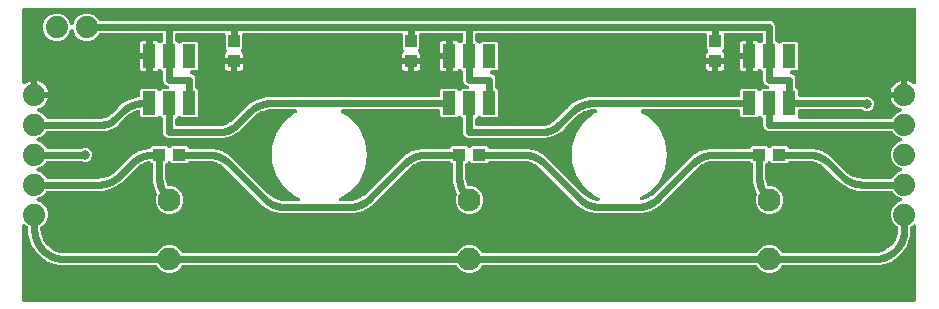
<source format=gbr>
G04 EAGLE Gerber RS-274X export*
G75*
%MOMM*%
%FSLAX34Y34*%
%LPD*%
%INTop Copper*%
%IPPOS*%
%AMOC8*
5,1,8,0,0,1.08239X$1,22.5*%
G01*
%ADD10R,1.100000X2.000000*%
%ADD11C,1.930400*%
%ADD12R,1.100000X1.000000*%
%ADD13C,1.879600*%
%ADD14R,1.000000X1.100000*%
%ADD15C,0.609600*%
%ADD16C,0.800100*%

G36*
X115515Y43596D02*
X115515Y43596D01*
X115592Y43595D01*
X115688Y43616D01*
X115785Y43627D01*
X115857Y43653D01*
X115932Y43669D01*
X116021Y43711D01*
X116114Y43745D01*
X116178Y43786D01*
X116247Y43819D01*
X116324Y43880D01*
X116406Y43934D01*
X116459Y43989D01*
X116519Y44036D01*
X116580Y44113D01*
X116649Y44184D01*
X116688Y44250D01*
X116735Y44310D01*
X116803Y44443D01*
X116827Y44483D01*
X116833Y44501D01*
X116847Y44527D01*
X117094Y45125D01*
X120381Y48412D01*
X124676Y50191D01*
X129324Y50191D01*
X133619Y48412D01*
X136906Y45125D01*
X137153Y44527D01*
X137191Y44461D01*
X137219Y44390D01*
X137275Y44309D01*
X137323Y44223D01*
X137374Y44166D01*
X137418Y44104D01*
X137491Y44038D01*
X137557Y43965D01*
X137620Y43921D01*
X137677Y43870D01*
X137763Y43822D01*
X137844Y43767D01*
X137915Y43739D01*
X137982Y43702D01*
X138076Y43675D01*
X138168Y43639D01*
X138243Y43628D01*
X138317Y43607D01*
X138466Y43595D01*
X138513Y43588D01*
X138532Y43589D01*
X138561Y43587D01*
X369439Y43587D01*
X369515Y43596D01*
X369592Y43595D01*
X369688Y43616D01*
X369785Y43627D01*
X369857Y43653D01*
X369932Y43669D01*
X370021Y43711D01*
X370114Y43745D01*
X370178Y43786D01*
X370247Y43819D01*
X370324Y43880D01*
X370406Y43934D01*
X370459Y43989D01*
X370519Y44036D01*
X370580Y44113D01*
X370649Y44184D01*
X370688Y44250D01*
X370735Y44310D01*
X370803Y44443D01*
X370827Y44483D01*
X370833Y44501D01*
X370847Y44527D01*
X371094Y45125D01*
X374381Y48412D01*
X378676Y50191D01*
X383324Y50191D01*
X387619Y48412D01*
X390906Y45125D01*
X391153Y44527D01*
X391191Y44461D01*
X391219Y44390D01*
X391275Y44309D01*
X391323Y44223D01*
X391374Y44166D01*
X391418Y44104D01*
X391491Y44038D01*
X391557Y43965D01*
X391620Y43921D01*
X391677Y43870D01*
X391763Y43822D01*
X391844Y43767D01*
X391915Y43739D01*
X391982Y43702D01*
X392076Y43675D01*
X392168Y43639D01*
X392243Y43628D01*
X392317Y43607D01*
X392466Y43595D01*
X392513Y43588D01*
X392532Y43589D01*
X392561Y43587D01*
X623439Y43587D01*
X623515Y43596D01*
X623592Y43595D01*
X623688Y43616D01*
X623785Y43627D01*
X623857Y43653D01*
X623932Y43669D01*
X624021Y43711D01*
X624114Y43745D01*
X624178Y43786D01*
X624247Y43819D01*
X624324Y43880D01*
X624406Y43934D01*
X624459Y43989D01*
X624519Y44036D01*
X624580Y44113D01*
X624649Y44184D01*
X624688Y44250D01*
X624735Y44310D01*
X624803Y44443D01*
X624827Y44483D01*
X624833Y44501D01*
X624847Y44527D01*
X625094Y45125D01*
X628381Y48412D01*
X632676Y50191D01*
X637324Y50191D01*
X641619Y48412D01*
X644906Y45125D01*
X645153Y44527D01*
X645191Y44461D01*
X645219Y44390D01*
X645275Y44309D01*
X645323Y44223D01*
X645374Y44166D01*
X645418Y44104D01*
X645491Y44038D01*
X645557Y43965D01*
X645620Y43921D01*
X645677Y43870D01*
X645763Y43822D01*
X645844Y43767D01*
X645915Y43739D01*
X645982Y43702D01*
X646076Y43675D01*
X646168Y43639D01*
X646243Y43628D01*
X646317Y43607D01*
X646466Y43595D01*
X646513Y43588D01*
X646532Y43589D01*
X646561Y43587D01*
X723900Y43587D01*
X723942Y43592D01*
X724019Y43592D01*
X726960Y43823D01*
X727016Y43834D01*
X727073Y43836D01*
X727283Y43887D01*
X727302Y43890D01*
X727306Y43892D01*
X727311Y43893D01*
X732904Y45710D01*
X733010Y45759D01*
X733120Y45799D01*
X733183Y45838D01*
X733221Y45855D01*
X733256Y45882D01*
X733329Y45927D01*
X738086Y49383D01*
X738172Y49462D01*
X738264Y49535D01*
X738312Y49591D01*
X738343Y49619D01*
X738368Y49656D01*
X738423Y49720D01*
X741880Y54478D01*
X741937Y54580D01*
X742002Y54677D01*
X742031Y54745D01*
X742051Y54781D01*
X742063Y54824D01*
X742096Y54902D01*
X743913Y60495D01*
X743925Y60551D01*
X743944Y60605D01*
X743979Y60819D01*
X743982Y60837D01*
X743982Y60841D01*
X743983Y60847D01*
X744215Y63787D01*
X744213Y63829D01*
X744219Y63906D01*
X744219Y64914D01*
X744211Y64990D01*
X744212Y65067D01*
X744191Y65163D01*
X744179Y65260D01*
X744154Y65332D01*
X744137Y65407D01*
X744095Y65496D01*
X744062Y65588D01*
X744020Y65653D01*
X743988Y65722D01*
X743926Y65799D01*
X743873Y65881D01*
X743818Y65934D01*
X743770Y65994D01*
X743693Y66055D01*
X743622Y66123D01*
X743557Y66163D01*
X743497Y66210D01*
X743364Y66278D01*
X743323Y66302D01*
X743305Y66308D01*
X743279Y66321D01*
X742825Y66510D01*
X739610Y69725D01*
X737869Y73926D01*
X737869Y78474D01*
X739610Y82675D01*
X742825Y85890D01*
X746693Y87493D01*
X746781Y87542D01*
X746873Y87582D01*
X746933Y87626D01*
X746998Y87662D01*
X747072Y87729D01*
X747153Y87789D01*
X747201Y87846D01*
X747256Y87896D01*
X747313Y87979D01*
X747378Y88055D01*
X747412Y88122D01*
X747454Y88183D01*
X747491Y88276D01*
X747537Y88366D01*
X747555Y88438D01*
X747582Y88507D01*
X747596Y88606D01*
X747621Y88704D01*
X747622Y88778D01*
X747633Y88852D01*
X747624Y88952D01*
X747626Y89052D01*
X747610Y89125D01*
X747604Y89199D01*
X747573Y89295D01*
X747551Y89393D01*
X747520Y89460D01*
X747497Y89531D01*
X747445Y89617D01*
X747402Y89708D01*
X747355Y89766D01*
X747317Y89829D01*
X747247Y89901D01*
X747184Y89980D01*
X747126Y90026D01*
X747074Y90079D01*
X746990Y90134D01*
X746911Y90196D01*
X746821Y90242D01*
X746781Y90268D01*
X746747Y90280D01*
X746693Y90307D01*
X742825Y91910D01*
X739610Y95125D01*
X739421Y95579D01*
X739384Y95646D01*
X739356Y95717D01*
X739300Y95798D01*
X739252Y95884D01*
X739201Y95940D01*
X739157Y96003D01*
X739084Y96069D01*
X739018Y96142D01*
X738955Y96185D01*
X738898Y96236D01*
X738812Y96284D01*
X738731Y96340D01*
X738660Y96368D01*
X738593Y96405D01*
X738499Y96432D01*
X738407Y96468D01*
X738332Y96479D01*
X738258Y96500D01*
X738109Y96512D01*
X738062Y96519D01*
X738043Y96517D01*
X738014Y96519D01*
X710088Y96519D01*
X702336Y98597D01*
X695385Y102609D01*
X692548Y105447D01*
X691730Y106265D01*
X682755Y115240D01*
X682027Y115968D01*
X681998Y115991D01*
X681954Y116036D01*
X680106Y117657D01*
X680083Y117673D01*
X680064Y117692D01*
X679863Y117831D01*
X675614Y120284D01*
X675543Y120315D01*
X675477Y120355D01*
X675337Y120404D01*
X675294Y120423D01*
X675274Y120426D01*
X675246Y120437D01*
X670507Y121707D01*
X670480Y121711D01*
X670454Y121720D01*
X670212Y121755D01*
X667759Y121916D01*
X667722Y121914D01*
X667659Y121919D01*
X652425Y121919D01*
X652299Y121905D01*
X652173Y121898D01*
X652127Y121885D01*
X652079Y121879D01*
X651960Y121837D01*
X651838Y121802D01*
X651796Y121778D01*
X651751Y121762D01*
X651644Y121693D01*
X651534Y121632D01*
X651488Y121592D01*
X651458Y121573D01*
X651424Y121538D01*
X651348Y121473D01*
X649842Y119967D01*
X637158Y119967D01*
X636077Y121048D01*
X636057Y121065D01*
X636040Y121084D01*
X635920Y121173D01*
X635804Y121265D01*
X635780Y121276D01*
X635759Y121292D01*
X635623Y121350D01*
X635489Y121414D01*
X635463Y121419D01*
X635439Y121430D01*
X635293Y121456D01*
X635148Y121487D01*
X635122Y121487D01*
X635096Y121491D01*
X634948Y121484D01*
X634800Y121481D01*
X634774Y121475D01*
X634748Y121473D01*
X634606Y121432D01*
X634462Y121396D01*
X634439Y121384D01*
X634413Y121377D01*
X634284Y121304D01*
X634152Y121236D01*
X634132Y121220D01*
X634109Y121207D01*
X633923Y121048D01*
X632808Y119933D01*
X632758Y119927D01*
X632733Y119919D01*
X632707Y119915D01*
X632569Y119860D01*
X632430Y119810D01*
X632408Y119796D01*
X632383Y119786D01*
X632262Y119701D01*
X632137Y119621D01*
X632119Y119602D01*
X632097Y119587D01*
X631998Y119477D01*
X631895Y119370D01*
X631881Y119348D01*
X631864Y119328D01*
X631792Y119198D01*
X631716Y119071D01*
X631708Y119046D01*
X631695Y119023D01*
X631655Y118880D01*
X631610Y118739D01*
X631608Y118713D01*
X631600Y118688D01*
X631581Y118444D01*
X631581Y107515D01*
X631585Y107478D01*
X631584Y107415D01*
X631745Y104962D01*
X631750Y104935D01*
X631749Y104908D01*
X631793Y104667D01*
X632694Y101307D01*
X632694Y101306D01*
X632694Y101305D01*
X632759Y101141D01*
X632822Y100983D01*
X632823Y100982D01*
X632823Y100981D01*
X632927Y100831D01*
X633020Y100697D01*
X633021Y100696D01*
X633022Y100695D01*
X633152Y100577D01*
X633279Y100463D01*
X633280Y100462D01*
X633281Y100461D01*
X633437Y100375D01*
X633583Y100294D01*
X633585Y100293D01*
X633586Y100293D01*
X633752Y100246D01*
X633919Y100198D01*
X633920Y100198D01*
X633921Y100198D01*
X634165Y100178D01*
X637324Y100178D01*
X641619Y98399D01*
X644906Y95113D01*
X646685Y90818D01*
X646685Y86169D01*
X644906Y81875D01*
X641619Y78588D01*
X637324Y76809D01*
X632676Y76809D01*
X628381Y78588D01*
X625094Y81875D01*
X623315Y86169D01*
X623315Y90818D01*
X624293Y93178D01*
X624307Y93228D01*
X624329Y93275D01*
X624355Y93395D01*
X624389Y93513D01*
X624391Y93565D01*
X624402Y93615D01*
X624400Y93739D01*
X624406Y93861D01*
X624396Y93912D01*
X624395Y93964D01*
X624365Y94083D01*
X624343Y94204D01*
X624322Y94252D01*
X624310Y94302D01*
X624205Y94523D01*
X623496Y95749D01*
X621419Y103502D01*
X621419Y118444D01*
X621416Y118470D01*
X621418Y118496D01*
X621396Y118643D01*
X621379Y118790D01*
X621371Y118815D01*
X621367Y118841D01*
X621312Y118979D01*
X621262Y119118D01*
X621248Y119140D01*
X621238Y119165D01*
X621153Y119286D01*
X621073Y119411D01*
X621054Y119429D01*
X621039Y119451D01*
X620929Y119550D01*
X620822Y119653D01*
X620800Y119667D01*
X620780Y119684D01*
X620650Y119756D01*
X620523Y119832D01*
X620498Y119840D01*
X620475Y119853D01*
X620332Y119893D01*
X620191Y119938D01*
X620186Y119939D01*
X618652Y121473D01*
X618553Y121552D01*
X618459Y121636D01*
X618417Y121660D01*
X618379Y121690D01*
X618265Y121744D01*
X618154Y121805D01*
X618108Y121818D01*
X618064Y121839D01*
X617941Y121865D01*
X617819Y121900D01*
X617758Y121905D01*
X617723Y121912D01*
X617675Y121911D01*
X617575Y121919D01*
X588371Y121919D01*
X588335Y121915D01*
X588271Y121916D01*
X585818Y121755D01*
X585791Y121750D01*
X585764Y121751D01*
X585523Y121707D01*
X580784Y120437D01*
X580712Y120408D01*
X580637Y120389D01*
X580504Y120326D01*
X580460Y120308D01*
X580444Y120297D01*
X580416Y120284D01*
X576167Y117831D01*
X576145Y117815D01*
X576121Y117803D01*
X575924Y117657D01*
X574076Y116036D01*
X574051Y116009D01*
X574003Y115968D01*
X573091Y115055D01*
X573090Y115055D01*
X545250Y87214D01*
X545249Y87214D01*
X544432Y86397D01*
X541595Y83559D01*
X534644Y79547D01*
X526892Y77469D01*
X487838Y77469D01*
X480086Y79547D01*
X473135Y83559D01*
X470298Y86396D01*
X470298Y86397D01*
X469460Y87235D01*
X441478Y115217D01*
X440727Y115968D01*
X440698Y115991D01*
X440654Y116036D01*
X438806Y117657D01*
X438783Y117673D01*
X438764Y117692D01*
X438563Y117831D01*
X434314Y120284D01*
X434243Y120315D01*
X434177Y120355D01*
X434037Y120404D01*
X433994Y120423D01*
X433974Y120426D01*
X433946Y120437D01*
X429207Y121707D01*
X429180Y121711D01*
X429154Y121720D01*
X428912Y121755D01*
X426459Y121916D01*
X426422Y121914D01*
X426359Y121919D01*
X398425Y121919D01*
X398299Y121905D01*
X398173Y121898D01*
X398127Y121885D01*
X398079Y121879D01*
X397960Y121837D01*
X397838Y121802D01*
X397796Y121778D01*
X397751Y121762D01*
X397644Y121693D01*
X397534Y121632D01*
X397488Y121592D01*
X397458Y121573D01*
X397424Y121538D01*
X397348Y121473D01*
X395842Y119967D01*
X383158Y119967D01*
X382077Y121048D01*
X382057Y121065D01*
X382040Y121084D01*
X381920Y121173D01*
X381804Y121265D01*
X381780Y121276D01*
X381759Y121292D01*
X381623Y121350D01*
X381489Y121414D01*
X381463Y121419D01*
X381439Y121430D01*
X381293Y121456D01*
X381148Y121487D01*
X381122Y121487D01*
X381096Y121491D01*
X380948Y121484D01*
X380800Y121481D01*
X380774Y121475D01*
X380748Y121473D01*
X380606Y121432D01*
X380462Y121396D01*
X380439Y121384D01*
X380413Y121377D01*
X380284Y121304D01*
X380152Y121236D01*
X380132Y121220D01*
X380109Y121207D01*
X379923Y121048D01*
X378808Y119933D01*
X378758Y119927D01*
X378733Y119919D01*
X378707Y119915D01*
X378569Y119860D01*
X378430Y119810D01*
X378408Y119796D01*
X378383Y119786D01*
X378262Y119701D01*
X378137Y119621D01*
X378119Y119602D01*
X378097Y119587D01*
X377998Y119477D01*
X377895Y119370D01*
X377881Y119348D01*
X377864Y119328D01*
X377792Y119198D01*
X377716Y119071D01*
X377708Y119046D01*
X377695Y119023D01*
X377655Y118880D01*
X377610Y118739D01*
X377608Y118713D01*
X377600Y118688D01*
X377581Y118444D01*
X377581Y107515D01*
X377585Y107478D01*
X377584Y107415D01*
X377745Y104962D01*
X377750Y104935D01*
X377749Y104908D01*
X377793Y104667D01*
X378694Y101307D01*
X378694Y101306D01*
X378694Y101305D01*
X378759Y101141D01*
X378822Y100983D01*
X378823Y100982D01*
X378823Y100981D01*
X378927Y100831D01*
X379020Y100697D01*
X379021Y100696D01*
X379022Y100695D01*
X379152Y100577D01*
X379279Y100463D01*
X379280Y100462D01*
X379281Y100461D01*
X379437Y100375D01*
X379583Y100294D01*
X379585Y100293D01*
X379586Y100293D01*
X379752Y100246D01*
X379919Y100198D01*
X379920Y100198D01*
X379921Y100198D01*
X380165Y100178D01*
X383324Y100178D01*
X387619Y98399D01*
X390906Y95113D01*
X392685Y90818D01*
X392685Y86169D01*
X390906Y81875D01*
X387619Y78588D01*
X383324Y76809D01*
X378676Y76809D01*
X374381Y78588D01*
X371094Y81875D01*
X369315Y86169D01*
X369315Y90818D01*
X370293Y93178D01*
X370307Y93228D01*
X370329Y93275D01*
X370355Y93395D01*
X370389Y93513D01*
X370391Y93565D01*
X370402Y93615D01*
X370400Y93739D01*
X370406Y93861D01*
X370396Y93912D01*
X370395Y93964D01*
X370365Y94083D01*
X370343Y94204D01*
X370322Y94252D01*
X370310Y94302D01*
X370205Y94523D01*
X369496Y95749D01*
X367419Y103502D01*
X367419Y118444D01*
X367416Y118470D01*
X367418Y118496D01*
X367396Y118643D01*
X367379Y118790D01*
X367371Y118815D01*
X367367Y118841D01*
X367312Y118979D01*
X367262Y119118D01*
X367248Y119140D01*
X367238Y119165D01*
X367153Y119286D01*
X367073Y119411D01*
X367054Y119429D01*
X367039Y119451D01*
X366929Y119550D01*
X366822Y119653D01*
X366800Y119667D01*
X366780Y119684D01*
X366650Y119756D01*
X366523Y119832D01*
X366498Y119840D01*
X366475Y119853D01*
X366332Y119893D01*
X366191Y119938D01*
X366186Y119939D01*
X364652Y121473D01*
X364553Y121552D01*
X364459Y121636D01*
X364417Y121660D01*
X364379Y121690D01*
X364265Y121744D01*
X364154Y121805D01*
X364108Y121818D01*
X364064Y121839D01*
X363941Y121865D01*
X363819Y121900D01*
X363758Y121905D01*
X363723Y121912D01*
X363675Y121911D01*
X363575Y121919D01*
X344531Y121919D01*
X344495Y121915D01*
X344431Y121916D01*
X341978Y121755D01*
X341951Y121750D01*
X341924Y121751D01*
X341683Y121707D01*
X336944Y120437D01*
X336872Y120408D01*
X336797Y120389D01*
X336664Y120326D01*
X336620Y120308D01*
X336604Y120297D01*
X336576Y120284D01*
X332327Y117831D01*
X332305Y117815D01*
X332281Y117803D01*
X332084Y117657D01*
X330236Y116036D01*
X330211Y116009D01*
X330163Y115968D01*
X329234Y115039D01*
X301521Y87326D01*
X300592Y86397D01*
X297755Y83559D01*
X290804Y79547D01*
X283052Y77469D01*
X221138Y77469D01*
X213386Y79547D01*
X206435Y83559D01*
X203598Y86396D01*
X203598Y86397D01*
X202760Y87235D01*
X174777Y115217D01*
X174027Y115968D01*
X173998Y115991D01*
X173954Y116036D01*
X172106Y117657D01*
X172083Y117673D01*
X172064Y117692D01*
X171863Y117831D01*
X167614Y120284D01*
X167543Y120315D01*
X167477Y120355D01*
X167337Y120404D01*
X167294Y120423D01*
X167274Y120426D01*
X167246Y120437D01*
X162507Y121707D01*
X162480Y121711D01*
X162454Y121720D01*
X162212Y121755D01*
X159759Y121916D01*
X159722Y121914D01*
X159659Y121919D01*
X144425Y121919D01*
X144299Y121905D01*
X144173Y121898D01*
X144127Y121885D01*
X144079Y121879D01*
X143960Y121837D01*
X143838Y121802D01*
X143796Y121778D01*
X143751Y121762D01*
X143644Y121693D01*
X143534Y121632D01*
X143488Y121592D01*
X143458Y121573D01*
X143424Y121538D01*
X143348Y121473D01*
X141842Y119967D01*
X129158Y119967D01*
X128077Y121048D01*
X128057Y121065D01*
X128040Y121084D01*
X127920Y121173D01*
X127804Y121265D01*
X127780Y121276D01*
X127759Y121292D01*
X127623Y121350D01*
X127489Y121414D01*
X127463Y121419D01*
X127439Y121430D01*
X127293Y121456D01*
X127148Y121487D01*
X127122Y121487D01*
X127096Y121491D01*
X126948Y121484D01*
X126800Y121481D01*
X126774Y121475D01*
X126748Y121473D01*
X126606Y121432D01*
X126462Y121396D01*
X126439Y121384D01*
X126413Y121377D01*
X126284Y121304D01*
X126152Y121236D01*
X126132Y121220D01*
X126109Y121207D01*
X125923Y121048D01*
X124808Y119933D01*
X124758Y119927D01*
X124733Y119919D01*
X124707Y119915D01*
X124569Y119860D01*
X124430Y119810D01*
X124408Y119796D01*
X124383Y119786D01*
X124262Y119701D01*
X124137Y119621D01*
X124119Y119602D01*
X124097Y119587D01*
X123998Y119477D01*
X123895Y119370D01*
X123881Y119348D01*
X123864Y119328D01*
X123792Y119198D01*
X123716Y119071D01*
X123708Y119046D01*
X123695Y119023D01*
X123655Y118880D01*
X123610Y118739D01*
X123608Y118713D01*
X123600Y118688D01*
X123581Y118444D01*
X123581Y107515D01*
X123585Y107478D01*
X123584Y107415D01*
X123745Y104962D01*
X123750Y104935D01*
X123749Y104908D01*
X123793Y104667D01*
X124694Y101307D01*
X124694Y101306D01*
X124694Y101305D01*
X124759Y101141D01*
X124822Y100983D01*
X124823Y100982D01*
X124823Y100981D01*
X124927Y100831D01*
X125020Y100697D01*
X125021Y100696D01*
X125022Y100695D01*
X125152Y100577D01*
X125279Y100463D01*
X125280Y100462D01*
X125281Y100461D01*
X125437Y100375D01*
X125583Y100294D01*
X125585Y100293D01*
X125586Y100293D01*
X125752Y100246D01*
X125919Y100198D01*
X125920Y100198D01*
X125921Y100198D01*
X126165Y100178D01*
X129324Y100178D01*
X133619Y98399D01*
X136906Y95113D01*
X138685Y90818D01*
X138685Y86169D01*
X136906Y81875D01*
X133619Y78588D01*
X129324Y76809D01*
X124676Y76809D01*
X120381Y78588D01*
X117094Y81875D01*
X115315Y86169D01*
X115315Y90818D01*
X116293Y93178D01*
X116307Y93228D01*
X116329Y93275D01*
X116355Y93395D01*
X116389Y93513D01*
X116391Y93565D01*
X116402Y93615D01*
X116400Y93739D01*
X116406Y93861D01*
X116396Y93912D01*
X116395Y93964D01*
X116365Y94083D01*
X116343Y94204D01*
X116322Y94252D01*
X116310Y94302D01*
X116205Y94523D01*
X115496Y95749D01*
X113419Y103502D01*
X113419Y118444D01*
X113416Y118470D01*
X113418Y118496D01*
X113396Y118643D01*
X113379Y118790D01*
X113371Y118815D01*
X113367Y118841D01*
X113312Y118979D01*
X113262Y119118D01*
X113248Y119140D01*
X113238Y119165D01*
X113153Y119286D01*
X113073Y119411D01*
X113054Y119429D01*
X113039Y119451D01*
X112929Y119550D01*
X112822Y119653D01*
X112800Y119667D01*
X112780Y119684D01*
X112650Y119756D01*
X112523Y119832D01*
X112498Y119840D01*
X112475Y119853D01*
X112332Y119893D01*
X112191Y119938D01*
X112186Y119939D01*
X111067Y121058D01*
X110949Y121152D01*
X110833Y121250D01*
X110812Y121260D01*
X110794Y121275D01*
X110658Y121339D01*
X110523Y121408D01*
X110500Y121414D01*
X110479Y121424D01*
X110332Y121456D01*
X110185Y121492D01*
X110161Y121492D01*
X110138Y121497D01*
X109987Y121495D01*
X109836Y121497D01*
X109808Y121492D01*
X109790Y121491D01*
X109744Y121480D01*
X109596Y121453D01*
X105804Y120437D01*
X105732Y120408D01*
X105657Y120389D01*
X105524Y120326D01*
X105480Y120308D01*
X105464Y120297D01*
X105436Y120284D01*
X101187Y117831D01*
X101165Y117815D01*
X101141Y117803D01*
X100944Y117657D01*
X99096Y116036D01*
X99071Y116009D01*
X99023Y115968D01*
X98141Y115086D01*
X98141Y115085D01*
X89295Y106240D01*
X89295Y106239D01*
X88502Y105447D01*
X85665Y102609D01*
X78714Y98597D01*
X70962Y96519D01*
X23986Y96519D01*
X23910Y96511D01*
X23833Y96512D01*
X23737Y96491D01*
X23640Y96479D01*
X23568Y96454D01*
X23493Y96437D01*
X23404Y96395D01*
X23312Y96362D01*
X23247Y96320D01*
X23178Y96288D01*
X23101Y96226D01*
X23019Y96173D01*
X22966Y96118D01*
X22906Y96070D01*
X22845Y95993D01*
X22777Y95922D01*
X22737Y95857D01*
X22690Y95797D01*
X22622Y95664D01*
X22598Y95623D01*
X22592Y95605D01*
X22579Y95579D01*
X22390Y95125D01*
X19175Y91910D01*
X15307Y90307D01*
X15219Y90258D01*
X15127Y90218D01*
X15067Y90174D01*
X15002Y90138D01*
X14928Y90071D01*
X14847Y90011D01*
X14799Y89954D01*
X14744Y89904D01*
X14687Y89821D01*
X14622Y89745D01*
X14588Y89678D01*
X14546Y89617D01*
X14509Y89524D01*
X14463Y89434D01*
X14445Y89362D01*
X14418Y89293D01*
X14404Y89194D01*
X14379Y89096D01*
X14378Y89022D01*
X14367Y88948D01*
X14376Y88848D01*
X14374Y88748D01*
X14390Y88675D01*
X14396Y88601D01*
X14427Y88505D01*
X14449Y88407D01*
X14480Y88340D01*
X14503Y88269D01*
X14555Y88183D01*
X14598Y88092D01*
X14645Y88034D01*
X14683Y87971D01*
X14753Y87899D01*
X14816Y87820D01*
X14874Y87774D01*
X14926Y87721D01*
X15010Y87666D01*
X15089Y87604D01*
X15179Y87558D01*
X15219Y87532D01*
X15253Y87520D01*
X15307Y87493D01*
X19175Y85890D01*
X22390Y82675D01*
X24131Y78474D01*
X24131Y73926D01*
X22390Y69725D01*
X19175Y66510D01*
X18721Y66321D01*
X18654Y66284D01*
X18583Y66256D01*
X18502Y66200D01*
X18416Y66152D01*
X18360Y66101D01*
X18297Y66057D01*
X18231Y65984D01*
X18158Y65918D01*
X18115Y65855D01*
X18064Y65798D01*
X18016Y65712D01*
X17960Y65631D01*
X17932Y65560D01*
X17895Y65493D01*
X17868Y65399D01*
X17832Y65307D01*
X17821Y65232D01*
X17800Y65158D01*
X17788Y65009D01*
X17781Y64962D01*
X17783Y64943D01*
X17781Y64914D01*
X17781Y63906D01*
X17786Y63864D01*
X17785Y63787D01*
X18017Y60847D01*
X18028Y60790D01*
X18030Y60733D01*
X18080Y60523D01*
X18084Y60505D01*
X18085Y60501D01*
X18087Y60495D01*
X19904Y54902D01*
X19952Y54796D01*
X19993Y54687D01*
X20032Y54623D01*
X20049Y54586D01*
X20076Y54550D01*
X20120Y54478D01*
X23577Y49720D01*
X23656Y49634D01*
X23728Y49542D01*
X23785Y49494D01*
X23813Y49464D01*
X23849Y49438D01*
X23914Y49383D01*
X28671Y45927D01*
X28773Y45869D01*
X28870Y45804D01*
X28939Y45776D01*
X28975Y45755D01*
X29018Y45743D01*
X29096Y45710D01*
X34689Y43893D01*
X34745Y43882D01*
X34799Y43862D01*
X35012Y43828D01*
X35031Y43824D01*
X35035Y43824D01*
X35040Y43823D01*
X37980Y43592D01*
X38023Y43593D01*
X38100Y43587D01*
X115439Y43587D01*
X115515Y43596D01*
G37*
G36*
X757962Y2544D02*
X757962Y2544D01*
X757988Y2542D01*
X758135Y2564D01*
X758282Y2581D01*
X758307Y2589D01*
X758333Y2593D01*
X758471Y2648D01*
X758610Y2698D01*
X758632Y2712D01*
X758657Y2722D01*
X758778Y2807D01*
X758903Y2887D01*
X758921Y2906D01*
X758943Y2921D01*
X759042Y3031D01*
X759145Y3138D01*
X759159Y3160D01*
X759176Y3180D01*
X759248Y3310D01*
X759324Y3437D01*
X759332Y3462D01*
X759345Y3485D01*
X759385Y3628D01*
X759430Y3769D01*
X759432Y3795D01*
X759440Y3820D01*
X759459Y4064D01*
X759459Y66516D01*
X759448Y66616D01*
X759446Y66717D01*
X759428Y66789D01*
X759419Y66863D01*
X759386Y66957D01*
X759361Y67054D01*
X759327Y67121D01*
X759302Y67191D01*
X759247Y67275D01*
X759201Y67364D01*
X759153Y67421D01*
X759113Y67483D01*
X759041Y67553D01*
X758976Y67630D01*
X758916Y67674D01*
X758862Y67726D01*
X758776Y67777D01*
X758695Y67837D01*
X758627Y67866D01*
X758563Y67904D01*
X758467Y67935D01*
X758375Y67975D01*
X758302Y67988D01*
X758231Y68011D01*
X758131Y68019D01*
X758032Y68037D01*
X757958Y68033D01*
X757884Y68039D01*
X757784Y68024D01*
X757684Y68019D01*
X757613Y67998D01*
X757539Y67987D01*
X757446Y67950D01*
X757349Y67922D01*
X757284Y67886D01*
X757215Y67858D01*
X757133Y67801D01*
X757045Y67752D01*
X756969Y67687D01*
X756929Y67659D01*
X756905Y67633D01*
X756859Y67593D01*
X755775Y66509D01*
X755321Y66321D01*
X755254Y66284D01*
X755183Y66256D01*
X755102Y66200D01*
X755016Y66152D01*
X754960Y66101D01*
X754897Y66057D01*
X754831Y65984D01*
X754758Y65918D01*
X754715Y65855D01*
X754664Y65798D01*
X754616Y65712D01*
X754560Y65631D01*
X754532Y65560D01*
X754495Y65493D01*
X754468Y65399D01*
X754432Y65307D01*
X754421Y65232D01*
X754400Y65158D01*
X754388Y65009D01*
X754381Y64962D01*
X754383Y64943D01*
X754381Y64914D01*
X754381Y59079D01*
X751397Y49896D01*
X745722Y42085D01*
X737910Y36409D01*
X728728Y33426D01*
X646561Y33426D01*
X646485Y33417D01*
X646408Y33418D01*
X646312Y33397D01*
X646215Y33386D01*
X646143Y33360D01*
X646068Y33344D01*
X645979Y33301D01*
X645886Y33268D01*
X645822Y33227D01*
X645753Y33194D01*
X645676Y33133D01*
X645594Y33079D01*
X645541Y33024D01*
X645481Y32977D01*
X645420Y32899D01*
X645351Y32829D01*
X645312Y32763D01*
X645265Y32703D01*
X645197Y32570D01*
X645173Y32530D01*
X645167Y32511D01*
X645153Y32485D01*
X644906Y31887D01*
X641619Y28601D01*
X637324Y26822D01*
X632676Y26822D01*
X628381Y28601D01*
X625094Y31887D01*
X624847Y32485D01*
X624809Y32552D01*
X624781Y32623D01*
X624725Y32704D01*
X624677Y32790D01*
X624626Y32847D01*
X624582Y32909D01*
X624509Y32975D01*
X624443Y33048D01*
X624380Y33092D01*
X624323Y33143D01*
X624237Y33190D01*
X624156Y33246D01*
X624085Y33274D01*
X624018Y33311D01*
X623924Y33338D01*
X623832Y33374D01*
X623757Y33385D01*
X623683Y33406D01*
X623534Y33418D01*
X623487Y33425D01*
X623468Y33423D01*
X623439Y33426D01*
X392561Y33426D01*
X392485Y33417D01*
X392408Y33418D01*
X392312Y33397D01*
X392215Y33386D01*
X392143Y33360D01*
X392068Y33344D01*
X391979Y33301D01*
X391886Y33268D01*
X391822Y33227D01*
X391753Y33194D01*
X391676Y33133D01*
X391594Y33079D01*
X391541Y33024D01*
X391481Y32977D01*
X391420Y32899D01*
X391351Y32829D01*
X391312Y32763D01*
X391265Y32703D01*
X391197Y32570D01*
X391173Y32530D01*
X391167Y32511D01*
X391153Y32485D01*
X390906Y31887D01*
X387619Y28601D01*
X383324Y26822D01*
X378676Y26822D01*
X374381Y28601D01*
X371094Y31887D01*
X370847Y32485D01*
X370809Y32552D01*
X370781Y32623D01*
X370725Y32704D01*
X370677Y32790D01*
X370626Y32847D01*
X370582Y32909D01*
X370509Y32975D01*
X370443Y33048D01*
X370380Y33092D01*
X370323Y33143D01*
X370237Y33190D01*
X370156Y33246D01*
X370085Y33274D01*
X370018Y33311D01*
X369924Y33338D01*
X369832Y33374D01*
X369757Y33385D01*
X369683Y33406D01*
X369534Y33418D01*
X369487Y33425D01*
X369468Y33423D01*
X369439Y33426D01*
X138561Y33426D01*
X138485Y33417D01*
X138408Y33418D01*
X138312Y33397D01*
X138215Y33386D01*
X138143Y33360D01*
X138068Y33344D01*
X137979Y33301D01*
X137886Y33268D01*
X137822Y33227D01*
X137753Y33194D01*
X137676Y33133D01*
X137594Y33079D01*
X137541Y33024D01*
X137481Y32977D01*
X137420Y32899D01*
X137351Y32829D01*
X137312Y32763D01*
X137265Y32703D01*
X137197Y32570D01*
X137173Y32530D01*
X137167Y32511D01*
X137153Y32485D01*
X136906Y31887D01*
X133619Y28601D01*
X129324Y26822D01*
X124676Y26822D01*
X120381Y28601D01*
X117094Y31887D01*
X116847Y32485D01*
X116809Y32552D01*
X116781Y32623D01*
X116725Y32704D01*
X116677Y32790D01*
X116626Y32847D01*
X116582Y32909D01*
X116509Y32975D01*
X116443Y33048D01*
X116380Y33092D01*
X116323Y33143D01*
X116237Y33190D01*
X116156Y33246D01*
X116085Y33274D01*
X116018Y33311D01*
X115924Y33338D01*
X115832Y33374D01*
X115757Y33385D01*
X115683Y33406D01*
X115534Y33418D01*
X115487Y33425D01*
X115468Y33423D01*
X115439Y33426D01*
X33272Y33426D01*
X24090Y36409D01*
X16278Y42085D01*
X10603Y49896D01*
X7619Y59079D01*
X7619Y64914D01*
X7611Y64990D01*
X7612Y65067D01*
X7591Y65163D01*
X7579Y65260D01*
X7554Y65332D01*
X7537Y65407D01*
X7495Y65496D01*
X7462Y65588D01*
X7420Y65653D01*
X7388Y65722D01*
X7326Y65799D01*
X7273Y65881D01*
X7218Y65934D01*
X7170Y65994D01*
X7093Y66055D01*
X7022Y66123D01*
X6957Y66163D01*
X6897Y66210D01*
X6764Y66278D01*
X6723Y66302D01*
X6705Y66308D01*
X6679Y66321D01*
X6225Y66509D01*
X5141Y67593D01*
X5062Y67656D01*
X4990Y67726D01*
X4926Y67764D01*
X4868Y67810D01*
X4777Y67853D01*
X4691Y67904D01*
X4620Y67927D01*
X4553Y67959D01*
X4455Y67980D01*
X4359Y68011D01*
X4285Y68017D01*
X4212Y68032D01*
X4112Y68031D01*
X4012Y68039D01*
X3938Y68028D01*
X3864Y68026D01*
X3767Y68002D01*
X3667Y67987D01*
X3598Y67959D01*
X3526Y67941D01*
X3437Y67895D01*
X3343Y67858D01*
X3282Y67816D01*
X3216Y67782D01*
X3140Y67717D01*
X3057Y67659D01*
X3007Y67604D01*
X2951Y67556D01*
X2891Y67475D01*
X2824Y67401D01*
X2788Y67335D01*
X2743Y67276D01*
X2704Y67184D01*
X2655Y67096D01*
X2635Y67024D01*
X2605Y66956D01*
X2588Y66857D01*
X2560Y66760D01*
X2552Y66660D01*
X2544Y66613D01*
X2546Y66577D01*
X2541Y66516D01*
X2541Y4064D01*
X2544Y4038D01*
X2542Y4012D01*
X2564Y3865D01*
X2581Y3718D01*
X2589Y3693D01*
X2593Y3667D01*
X2648Y3529D01*
X2698Y3390D01*
X2712Y3368D01*
X2722Y3343D01*
X2807Y3222D01*
X2887Y3097D01*
X2906Y3079D01*
X2921Y3057D01*
X3031Y2958D01*
X3138Y2855D01*
X3160Y2841D01*
X3180Y2824D01*
X3310Y2752D01*
X3437Y2676D01*
X3462Y2668D01*
X3485Y2655D01*
X3628Y2615D01*
X3769Y2570D01*
X3795Y2568D01*
X3820Y2560D01*
X4064Y2541D01*
X757936Y2541D01*
X757962Y2544D01*
G37*
G36*
X69898Y157486D02*
X69898Y157486D01*
X69999Y157488D01*
X71702Y157656D01*
X71801Y157677D01*
X71903Y157689D01*
X71996Y157719D01*
X72042Y157729D01*
X72076Y157745D01*
X72135Y157764D01*
X75281Y159067D01*
X75370Y159117D01*
X75463Y159158D01*
X75544Y159214D01*
X75586Y159237D01*
X75613Y159261D01*
X75664Y159297D01*
X76987Y160382D01*
X77020Y160417D01*
X77097Y160483D01*
X78026Y161412D01*
X82368Y165753D01*
X83268Y166653D01*
X86105Y169491D01*
X93056Y173504D01*
X100808Y175581D01*
X100944Y175581D01*
X100970Y175584D01*
X100996Y175582D01*
X101143Y175604D01*
X101290Y175621D01*
X101315Y175629D01*
X101341Y175633D01*
X101479Y175688D01*
X101618Y175738D01*
X101640Y175752D01*
X101665Y175762D01*
X101786Y175847D01*
X101911Y175927D01*
X101929Y175946D01*
X101951Y175961D01*
X102050Y176071D01*
X102153Y176178D01*
X102167Y176200D01*
X102184Y176220D01*
X102256Y176350D01*
X102332Y176477D01*
X102340Y176502D01*
X102353Y176525D01*
X102393Y176668D01*
X102438Y176809D01*
X102440Y176835D01*
X102448Y176860D01*
X102467Y177104D01*
X102467Y181342D01*
X103658Y182533D01*
X116342Y182533D01*
X117423Y181452D01*
X117443Y181435D01*
X117460Y181416D01*
X117580Y181327D01*
X117696Y181235D01*
X117720Y181224D01*
X117741Y181208D01*
X117877Y181150D01*
X118011Y181086D01*
X118037Y181081D01*
X118061Y181070D01*
X118207Y181044D01*
X118352Y181013D01*
X118378Y181013D01*
X118404Y181009D01*
X118552Y181016D01*
X118700Y181019D01*
X118726Y181025D01*
X118752Y181027D01*
X118894Y181068D01*
X119038Y181104D01*
X119061Y181116D01*
X119087Y181123D01*
X119216Y181196D01*
X119348Y181264D01*
X119368Y181280D01*
X119391Y181293D01*
X119577Y181452D01*
X120658Y182533D01*
X125300Y182533D01*
X125350Y182538D01*
X125401Y182536D01*
X125523Y182558D01*
X125646Y182573D01*
X125694Y182590D01*
X125743Y182599D01*
X125858Y182648D01*
X125975Y182690D01*
X126017Y182717D01*
X126063Y182737D01*
X126163Y182812D01*
X126267Y182879D01*
X126302Y182915D01*
X126343Y182945D01*
X126423Y183040D01*
X126510Y183130D01*
X126535Y183173D01*
X126568Y183211D01*
X126625Y183322D01*
X126688Y183429D01*
X126704Y183477D01*
X126727Y183522D01*
X126757Y183642D01*
X126795Y183761D01*
X126799Y183811D01*
X126811Y183860D01*
X126813Y183984D01*
X126823Y184108D01*
X126815Y184158D01*
X126816Y184208D01*
X126789Y184330D01*
X126771Y184453D01*
X126752Y184500D01*
X126742Y184549D01*
X126688Y184661D01*
X126642Y184777D01*
X126613Y184818D01*
X126592Y184864D01*
X126514Y184961D01*
X126443Y185063D01*
X126406Y185097D01*
X126374Y185136D01*
X126277Y185213D01*
X126184Y185296D01*
X126140Y185321D01*
X126101Y185352D01*
X125883Y185463D01*
X124122Y186193D01*
X122693Y187622D01*
X121919Y189489D01*
X121919Y196944D01*
X121916Y196970D01*
X121918Y196996D01*
X121896Y197143D01*
X121879Y197290D01*
X121871Y197315D01*
X121867Y197341D01*
X121812Y197478D01*
X121762Y197618D01*
X121748Y197640D01*
X121738Y197665D01*
X121653Y197786D01*
X121573Y197911D01*
X121554Y197929D01*
X121539Y197951D01*
X121429Y198050D01*
X121322Y198153D01*
X121300Y198167D01*
X121280Y198184D01*
X121150Y198256D01*
X121023Y198332D01*
X120998Y198340D01*
X120975Y198353D01*
X120832Y198393D01*
X120691Y198438D01*
X120687Y198439D01*
X119908Y199218D01*
X119868Y199249D01*
X119833Y199287D01*
X119731Y199357D01*
X119635Y199434D01*
X119588Y199456D01*
X119546Y199485D01*
X119431Y199530D01*
X119319Y199583D01*
X119270Y199594D01*
X119222Y199613D01*
X119099Y199631D01*
X118979Y199657D01*
X118928Y199656D01*
X118877Y199663D01*
X118754Y199653D01*
X118630Y199651D01*
X118581Y199638D01*
X118530Y199634D01*
X118412Y199596D01*
X118292Y199566D01*
X118247Y199542D01*
X118198Y199527D01*
X118092Y199463D01*
X117983Y199406D01*
X117944Y199373D01*
X117900Y199347D01*
X117811Y199260D01*
X117717Y199180D01*
X117687Y199139D01*
X117650Y199104D01*
X117547Y198954D01*
X117060Y198467D01*
X116481Y198132D01*
X115835Y197959D01*
X112749Y197959D01*
X112749Y209274D01*
X112746Y209300D01*
X112748Y209326D01*
X112726Y209473D01*
X112709Y209620D01*
X112701Y209645D01*
X112697Y209671D01*
X112642Y209808D01*
X112592Y209948D01*
X112578Y209970D01*
X112568Y209995D01*
X112483Y210116D01*
X112403Y210241D01*
X112384Y210259D01*
X112369Y210281D01*
X112259Y210380D01*
X112152Y210483D01*
X112130Y210497D01*
X112122Y210503D01*
X112193Y210549D01*
X112211Y210568D01*
X112233Y210583D01*
X112332Y210693D01*
X112435Y210800D01*
X112449Y210823D01*
X112466Y210842D01*
X112538Y210972D01*
X112614Y211099D01*
X112622Y211124D01*
X112635Y211147D01*
X112675Y211290D01*
X112720Y211431D01*
X112722Y211457D01*
X112730Y211482D01*
X112749Y211726D01*
X112749Y223041D01*
X115835Y223041D01*
X116481Y222868D01*
X117060Y222533D01*
X117547Y222046D01*
X117565Y222011D01*
X117645Y221917D01*
X117719Y221818D01*
X117758Y221785D01*
X117791Y221746D01*
X117890Y221672D01*
X117985Y221592D01*
X118030Y221569D01*
X118071Y221539D01*
X118185Y221490D01*
X118295Y221433D01*
X118344Y221421D01*
X118391Y221401D01*
X118513Y221379D01*
X118633Y221349D01*
X118684Y221348D01*
X118734Y221339D01*
X118858Y221346D01*
X118981Y221344D01*
X119031Y221354D01*
X119082Y221357D01*
X119201Y221391D01*
X119322Y221418D01*
X119368Y221440D01*
X119417Y221454D01*
X119525Y221514D01*
X119637Y221567D01*
X119677Y221599D01*
X119721Y221624D01*
X119908Y221782D01*
X120692Y222567D01*
X120742Y222573D01*
X120767Y222581D01*
X120793Y222585D01*
X120931Y222640D01*
X121070Y222690D01*
X121092Y222704D01*
X121117Y222714D01*
X121238Y222799D01*
X121363Y222879D01*
X121381Y222898D01*
X121403Y222913D01*
X121502Y223023D01*
X121605Y223130D01*
X121619Y223152D01*
X121636Y223172D01*
X121708Y223302D01*
X121784Y223429D01*
X121792Y223454D01*
X121805Y223477D01*
X121845Y223620D01*
X121890Y223761D01*
X121892Y223787D01*
X121900Y223812D01*
X121919Y224056D01*
X121919Y228346D01*
X121916Y228372D01*
X121918Y228398D01*
X121896Y228545D01*
X121879Y228692D01*
X121871Y228717D01*
X121867Y228743D01*
X121812Y228881D01*
X121762Y229020D01*
X121748Y229042D01*
X121738Y229067D01*
X121653Y229188D01*
X121573Y229313D01*
X121554Y229331D01*
X121539Y229353D01*
X121429Y229452D01*
X121322Y229555D01*
X121300Y229569D01*
X121280Y229586D01*
X121150Y229658D01*
X121023Y229734D01*
X120998Y229742D01*
X120975Y229755D01*
X120832Y229795D01*
X120691Y229840D01*
X120665Y229842D01*
X120640Y229850D01*
X120396Y229869D01*
X68436Y229869D01*
X68360Y229861D01*
X68283Y229862D01*
X68187Y229841D01*
X68090Y229829D01*
X68018Y229804D01*
X67943Y229787D01*
X67854Y229745D01*
X67762Y229712D01*
X67697Y229670D01*
X67628Y229638D01*
X67551Y229576D01*
X67469Y229523D01*
X67416Y229468D01*
X67356Y229420D01*
X67295Y229343D01*
X67227Y229272D01*
X67187Y229207D01*
X67140Y229147D01*
X67072Y229014D01*
X67048Y228973D01*
X67042Y228955D01*
X67029Y228929D01*
X66840Y228475D01*
X63625Y225260D01*
X59424Y223519D01*
X54876Y223519D01*
X50675Y225260D01*
X47460Y228475D01*
X45857Y232343D01*
X45809Y232431D01*
X45769Y232523D01*
X45724Y232583D01*
X45688Y232648D01*
X45620Y232722D01*
X45561Y232803D01*
X45504Y232851D01*
X45454Y232906D01*
X45371Y232963D01*
X45295Y233028D01*
X45228Y233062D01*
X45167Y233104D01*
X45074Y233141D01*
X44984Y233187D01*
X44912Y233205D01*
X44843Y233232D01*
X44744Y233246D01*
X44646Y233271D01*
X44572Y233272D01*
X44498Y233283D01*
X44398Y233274D01*
X44298Y233276D01*
X44225Y233260D01*
X44151Y233254D01*
X44055Y233223D01*
X43957Y233201D01*
X43890Y233170D01*
X43819Y233147D01*
X43733Y233095D01*
X43642Y233052D01*
X43584Y233005D01*
X43521Y232967D01*
X43448Y232897D01*
X43370Y232834D01*
X43324Y232776D01*
X43271Y232724D01*
X43216Y232640D01*
X43154Y232561D01*
X43108Y232471D01*
X43082Y232431D01*
X43070Y232397D01*
X43043Y232343D01*
X41440Y228475D01*
X38225Y225260D01*
X34024Y223519D01*
X29476Y223519D01*
X25275Y225260D01*
X22060Y228475D01*
X20319Y232676D01*
X20319Y237224D01*
X22060Y241425D01*
X25275Y244640D01*
X29476Y246381D01*
X34024Y246381D01*
X38225Y244640D01*
X41440Y241425D01*
X43043Y237557D01*
X43092Y237469D01*
X43132Y237377D01*
X43176Y237317D01*
X43212Y237252D01*
X43280Y237178D01*
X43339Y237097D01*
X43396Y237049D01*
X43446Y236994D01*
X43529Y236937D01*
X43605Y236872D01*
X43672Y236838D01*
X43733Y236796D01*
X43826Y236759D01*
X43916Y236713D01*
X43988Y236695D01*
X44057Y236668D01*
X44156Y236654D01*
X44254Y236629D01*
X44328Y236628D01*
X44402Y236617D01*
X44502Y236626D01*
X44602Y236624D01*
X44675Y236640D01*
X44749Y236646D01*
X44845Y236677D01*
X44943Y236699D01*
X45010Y236730D01*
X45081Y236753D01*
X45167Y236805D01*
X45258Y236848D01*
X45316Y236895D01*
X45379Y236933D01*
X45451Y237003D01*
X45530Y237066D01*
X45576Y237124D01*
X45629Y237176D01*
X45684Y237260D01*
X45746Y237339D01*
X45792Y237429D01*
X45818Y237469D01*
X45830Y237503D01*
X45857Y237557D01*
X47460Y241425D01*
X50675Y244640D01*
X54876Y246381D01*
X59424Y246381D01*
X63625Y244640D01*
X66840Y241425D01*
X67029Y240971D01*
X67066Y240904D01*
X67094Y240833D01*
X67150Y240752D01*
X67198Y240666D01*
X67249Y240610D01*
X67293Y240547D01*
X67366Y240481D01*
X67432Y240408D01*
X67495Y240365D01*
X67552Y240314D01*
X67638Y240266D01*
X67719Y240210D01*
X67790Y240182D01*
X67857Y240145D01*
X67951Y240118D01*
X68043Y240082D01*
X68118Y240071D01*
X68192Y240050D01*
X68341Y240038D01*
X68388Y240031D01*
X68407Y240033D01*
X68436Y240031D01*
X179034Y240031D01*
X179036Y240031D01*
X179038Y240031D01*
X179209Y240051D01*
X179294Y240061D01*
X636011Y240061D01*
X637878Y239287D01*
X639307Y237858D01*
X640081Y235991D01*
X640081Y224056D01*
X640084Y224030D01*
X640082Y224004D01*
X640104Y223857D01*
X640121Y223710D01*
X640129Y223685D01*
X640133Y223659D01*
X640188Y223521D01*
X640238Y223382D01*
X640252Y223360D01*
X640262Y223335D01*
X640347Y223214D01*
X640427Y223089D01*
X640446Y223071D01*
X640461Y223049D01*
X640571Y222950D01*
X640678Y222847D01*
X640700Y222833D01*
X640720Y222816D01*
X640850Y222744D01*
X640977Y222668D01*
X641002Y222660D01*
X641025Y222647D01*
X641168Y222607D01*
X641309Y222562D01*
X641314Y222561D01*
X642423Y221452D01*
X642443Y221436D01*
X642460Y221416D01*
X642580Y221327D01*
X642696Y221235D01*
X642720Y221224D01*
X642741Y221208D01*
X642877Y221150D01*
X643011Y221086D01*
X643037Y221081D01*
X643061Y221070D01*
X643207Y221044D01*
X643352Y221013D01*
X643378Y221013D01*
X643404Y221009D01*
X643552Y221016D01*
X643700Y221019D01*
X643726Y221025D01*
X643752Y221027D01*
X643894Y221068D01*
X644038Y221104D01*
X644061Y221116D01*
X644087Y221123D01*
X644216Y221196D01*
X644348Y221264D01*
X644368Y221281D01*
X644391Y221293D01*
X644577Y221452D01*
X645658Y222533D01*
X658342Y222533D01*
X659533Y221342D01*
X659533Y199658D01*
X658342Y198467D01*
X653700Y198467D01*
X653650Y198462D01*
X653599Y198464D01*
X653477Y198442D01*
X653354Y198427D01*
X653306Y198410D01*
X653257Y198401D01*
X653142Y198352D01*
X653025Y198310D01*
X652983Y198283D01*
X652937Y198263D01*
X652837Y198188D01*
X652733Y198121D01*
X652698Y198085D01*
X652657Y198055D01*
X652577Y197960D01*
X652490Y197870D01*
X652465Y197827D01*
X652432Y197789D01*
X652375Y197678D01*
X652312Y197571D01*
X652296Y197523D01*
X652273Y197478D01*
X652243Y197358D01*
X652205Y197239D01*
X652201Y197189D01*
X652189Y197140D01*
X652187Y197016D01*
X652177Y196892D01*
X652185Y196842D01*
X652184Y196792D01*
X652211Y196670D01*
X652229Y196547D01*
X652248Y196500D01*
X652258Y196451D01*
X652312Y196339D01*
X652358Y196223D01*
X652387Y196182D01*
X652408Y196136D01*
X652486Y196039D01*
X652557Y195937D01*
X652594Y195903D01*
X652626Y195864D01*
X652723Y195787D01*
X652816Y195704D01*
X652860Y195679D01*
X652899Y195648D01*
X653117Y195537D01*
X654878Y194807D01*
X656307Y193378D01*
X657081Y191511D01*
X657081Y184056D01*
X657084Y184030D01*
X657082Y184004D01*
X657104Y183857D01*
X657121Y183710D01*
X657129Y183685D01*
X657133Y183659D01*
X657188Y183521D01*
X657238Y183382D01*
X657252Y183360D01*
X657262Y183335D01*
X657347Y183214D01*
X657427Y183089D01*
X657446Y183071D01*
X657461Y183049D01*
X657571Y182950D01*
X657678Y182847D01*
X657700Y182833D01*
X657720Y182816D01*
X657850Y182744D01*
X657977Y182668D01*
X658002Y182660D01*
X658025Y182647D01*
X658168Y182607D01*
X658309Y182562D01*
X658314Y182561D01*
X659533Y181342D01*
X659533Y177104D01*
X659536Y177078D01*
X659534Y177052D01*
X659556Y176905D01*
X659573Y176758D01*
X659581Y176733D01*
X659585Y176707D01*
X659640Y176569D01*
X659690Y176430D01*
X659704Y176408D01*
X659714Y176383D01*
X659799Y176262D01*
X659879Y176137D01*
X659898Y176119D01*
X659913Y176097D01*
X660023Y175998D01*
X660130Y175895D01*
X660152Y175881D01*
X660172Y175864D01*
X660302Y175792D01*
X660429Y175716D01*
X660454Y175708D01*
X660477Y175695D01*
X660620Y175655D01*
X660761Y175610D01*
X660787Y175608D01*
X660812Y175600D01*
X661056Y175581D01*
X714520Y175581D01*
X714522Y175581D01*
X714524Y175581D01*
X714700Y175601D01*
X714866Y175621D01*
X714868Y175621D01*
X714870Y175622D01*
X715103Y175697D01*
X716350Y176213D01*
X718750Y176213D01*
X720968Y175295D01*
X722665Y173598D01*
X723583Y171380D01*
X723583Y168980D01*
X722665Y166762D01*
X720968Y165065D01*
X718750Y164147D01*
X716350Y164147D01*
X714092Y165082D01*
X714032Y165136D01*
X713989Y165160D01*
X713952Y165190D01*
X713837Y165244D01*
X713727Y165305D01*
X713680Y165318D01*
X713636Y165339D01*
X713513Y165365D01*
X713391Y165400D01*
X713331Y165405D01*
X713296Y165412D01*
X713248Y165411D01*
X713147Y165419D01*
X661056Y165419D01*
X661030Y165416D01*
X661004Y165418D01*
X660857Y165396D01*
X660710Y165379D01*
X660685Y165371D01*
X660659Y165367D01*
X660521Y165312D01*
X660382Y165262D01*
X660360Y165248D01*
X660335Y165238D01*
X660214Y165153D01*
X660089Y165073D01*
X660071Y165054D01*
X660049Y165039D01*
X659950Y164929D01*
X659847Y164822D01*
X659833Y164800D01*
X659816Y164780D01*
X659744Y164650D01*
X659668Y164523D01*
X659660Y164498D01*
X659647Y164475D01*
X659607Y164332D01*
X659562Y164191D01*
X659560Y164165D01*
X659552Y164140D01*
X659533Y163896D01*
X659533Y159227D01*
X659533Y159226D01*
X659517Y159153D01*
X659519Y159052D01*
X659511Y158952D01*
X659521Y158879D01*
X659523Y158805D01*
X659547Y158707D01*
X659562Y158607D01*
X659590Y158538D01*
X659608Y158467D01*
X659654Y158377D01*
X659691Y158283D01*
X659733Y158223D01*
X659767Y158157D01*
X659832Y158080D01*
X659890Y157997D01*
X659945Y157948D01*
X659993Y157891D01*
X660074Y157831D01*
X660149Y157764D01*
X660213Y157728D01*
X660273Y157684D01*
X660365Y157644D01*
X660454Y157595D01*
X660525Y157575D01*
X660593Y157546D01*
X660692Y157528D01*
X660789Y157500D01*
X660889Y157492D01*
X660936Y157484D01*
X660971Y157486D01*
X661033Y157481D01*
X738014Y157481D01*
X738090Y157489D01*
X738167Y157488D01*
X738263Y157509D01*
X738360Y157521D01*
X738432Y157546D01*
X738507Y157563D01*
X738596Y157605D01*
X738688Y157638D01*
X738753Y157680D01*
X738822Y157712D01*
X738899Y157774D01*
X738981Y157827D01*
X739034Y157882D01*
X739094Y157930D01*
X739155Y158007D01*
X739223Y158078D01*
X739263Y158143D01*
X739310Y158203D01*
X739378Y158336D01*
X739402Y158377D01*
X739408Y158395D01*
X739421Y158421D01*
X739610Y158875D01*
X742825Y162090D01*
X746127Y163458D01*
X746267Y163536D01*
X746408Y163611D01*
X746419Y163621D01*
X746432Y163628D01*
X746550Y163735D01*
X746671Y163840D01*
X746679Y163852D01*
X746690Y163862D01*
X746781Y163993D01*
X746874Y164123D01*
X746880Y164136D01*
X746888Y164148D01*
X746947Y164297D01*
X747008Y164445D01*
X747011Y164459D01*
X747016Y164473D01*
X747039Y164631D01*
X747066Y164789D01*
X747065Y164803D01*
X747067Y164817D01*
X747053Y164977D01*
X747043Y165136D01*
X747039Y165150D01*
X747038Y165165D01*
X746989Y165317D01*
X746942Y165470D01*
X746935Y165483D01*
X746931Y165496D01*
X746848Y165633D01*
X746768Y165772D01*
X746759Y165783D01*
X746751Y165795D01*
X746640Y165910D01*
X746530Y166027D01*
X746518Y166035D01*
X746508Y166045D01*
X746374Y166131D01*
X746241Y166220D01*
X746225Y166227D01*
X746215Y166233D01*
X746179Y166246D01*
X746015Y166314D01*
X744717Y166736D01*
X743043Y167589D01*
X741522Y168694D01*
X740194Y170022D01*
X739089Y171543D01*
X738236Y173217D01*
X737655Y175004D01*
X737615Y175261D01*
X748284Y175261D01*
X748310Y175264D01*
X748336Y175262D01*
X748483Y175284D01*
X748630Y175301D01*
X748655Y175309D01*
X748681Y175313D01*
X748818Y175368D01*
X748958Y175418D01*
X748980Y175432D01*
X749005Y175442D01*
X749126Y175527D01*
X749251Y175607D01*
X749269Y175626D01*
X749291Y175641D01*
X749390Y175751D01*
X749493Y175858D01*
X749507Y175880D01*
X749524Y175900D01*
X749596Y176030D01*
X749672Y176157D01*
X749680Y176182D01*
X749693Y176205D01*
X749733Y176348D01*
X749778Y176489D01*
X749780Y176515D01*
X749787Y176540D01*
X749807Y176784D01*
X749807Y177293D01*
X750316Y177293D01*
X750342Y177296D01*
X750368Y177294D01*
X750515Y177316D01*
X750662Y177333D01*
X750687Y177342D01*
X750713Y177346D01*
X750851Y177400D01*
X750990Y177450D01*
X751012Y177465D01*
X751037Y177474D01*
X751158Y177559D01*
X751283Y177639D01*
X751301Y177658D01*
X751323Y177673D01*
X751422Y177783D01*
X751525Y177890D01*
X751539Y177913D01*
X751556Y177932D01*
X751628Y178062D01*
X751704Y178189D01*
X751712Y178214D01*
X751725Y178237D01*
X751765Y178380D01*
X751810Y178521D01*
X751812Y178547D01*
X751820Y178572D01*
X751839Y178816D01*
X751839Y189485D01*
X752096Y189445D01*
X753883Y188864D01*
X755557Y188011D01*
X757041Y186933D01*
X757176Y186857D01*
X757309Y186777D01*
X757327Y186771D01*
X757344Y186762D01*
X757493Y186718D01*
X757641Y186671D01*
X757660Y186670D01*
X757679Y186664D01*
X757834Y186656D01*
X757988Y186643D01*
X758007Y186646D01*
X758027Y186645D01*
X758180Y186672D01*
X758333Y186695D01*
X758351Y186702D01*
X758370Y186705D01*
X758513Y186766D01*
X758657Y186824D01*
X758673Y186835D01*
X758690Y186842D01*
X758816Y186934D01*
X758943Y187022D01*
X758956Y187037D01*
X758971Y187048D01*
X759073Y187166D01*
X759176Y187281D01*
X759186Y187298D01*
X759198Y187313D01*
X759270Y187450D01*
X759345Y187586D01*
X759350Y187605D01*
X759359Y187622D01*
X759397Y187772D01*
X759440Y187922D01*
X759442Y187945D01*
X759445Y187960D01*
X759446Y188003D01*
X759459Y188165D01*
X759459Y249936D01*
X759456Y249962D01*
X759458Y249988D01*
X759436Y250135D01*
X759419Y250282D01*
X759411Y250307D01*
X759407Y250333D01*
X759352Y250471D01*
X759302Y250610D01*
X759288Y250632D01*
X759278Y250657D01*
X759193Y250778D01*
X759113Y250903D01*
X759094Y250921D01*
X759079Y250943D01*
X758969Y251042D01*
X758862Y251145D01*
X758840Y251159D01*
X758820Y251176D01*
X758690Y251248D01*
X758563Y251324D01*
X758538Y251332D01*
X758515Y251345D01*
X758372Y251385D01*
X758231Y251430D01*
X758205Y251432D01*
X758180Y251440D01*
X757936Y251459D01*
X4064Y251459D01*
X4038Y251456D01*
X4012Y251458D01*
X3865Y251436D01*
X3718Y251419D01*
X3693Y251411D01*
X3667Y251407D01*
X3529Y251352D01*
X3390Y251302D01*
X3368Y251288D01*
X3343Y251278D01*
X3222Y251193D01*
X3097Y251113D01*
X3079Y251094D01*
X3057Y251079D01*
X2958Y250969D01*
X2855Y250862D01*
X2841Y250840D01*
X2824Y250820D01*
X2752Y250690D01*
X2676Y250563D01*
X2668Y250538D01*
X2655Y250515D01*
X2615Y250372D01*
X2570Y250231D01*
X2568Y250205D01*
X2560Y250180D01*
X2541Y249936D01*
X2541Y188165D01*
X2559Y188011D01*
X2572Y187857D01*
X2578Y187838D01*
X2581Y187819D01*
X2633Y187673D01*
X2682Y187526D01*
X2692Y187509D01*
X2698Y187491D01*
X2782Y187361D01*
X2863Y187228D01*
X2877Y187215D01*
X2887Y187198D01*
X2999Y187090D01*
X3107Y186980D01*
X3124Y186970D01*
X3138Y186956D01*
X3271Y186877D01*
X3402Y186794D01*
X3420Y186787D01*
X3437Y186777D01*
X3585Y186730D01*
X3731Y186679D01*
X3750Y186677D01*
X3769Y186671D01*
X3923Y186659D01*
X4078Y186642D01*
X4097Y186645D01*
X4116Y186643D01*
X4269Y186666D01*
X4424Y186685D01*
X4442Y186692D01*
X4461Y186695D01*
X4605Y186752D01*
X4751Y186806D01*
X4770Y186818D01*
X4785Y186824D01*
X4820Y186848D01*
X4959Y186933D01*
X6443Y188011D01*
X8117Y188864D01*
X9904Y189445D01*
X10161Y189485D01*
X10161Y178816D01*
X10164Y178790D01*
X10162Y178764D01*
X10184Y178617D01*
X10201Y178470D01*
X10209Y178445D01*
X10213Y178419D01*
X10268Y178282D01*
X10318Y178142D01*
X10332Y178120D01*
X10342Y178095D01*
X10427Y177974D01*
X10507Y177849D01*
X10526Y177831D01*
X10541Y177809D01*
X10651Y177710D01*
X10758Y177607D01*
X10780Y177593D01*
X10800Y177576D01*
X10930Y177504D01*
X11057Y177428D01*
X11082Y177420D01*
X11105Y177407D01*
X11248Y177367D01*
X11389Y177322D01*
X11415Y177320D01*
X11440Y177313D01*
X11684Y177293D01*
X12193Y177293D01*
X12193Y176784D01*
X12196Y176758D01*
X12194Y176732D01*
X12216Y176585D01*
X12233Y176438D01*
X12242Y176413D01*
X12246Y176387D01*
X12300Y176249D01*
X12350Y176110D01*
X12365Y176088D01*
X12374Y176063D01*
X12459Y175942D01*
X12539Y175817D01*
X12558Y175799D01*
X12573Y175777D01*
X12683Y175678D01*
X12790Y175575D01*
X12813Y175561D01*
X12832Y175544D01*
X12962Y175472D01*
X13089Y175396D01*
X13114Y175388D01*
X13137Y175375D01*
X13280Y175335D01*
X13421Y175290D01*
X13447Y175287D01*
X13472Y175280D01*
X13716Y175261D01*
X24385Y175261D01*
X24345Y175004D01*
X23764Y173217D01*
X22911Y171543D01*
X21806Y170022D01*
X20478Y168694D01*
X18957Y167589D01*
X17283Y166736D01*
X15985Y166314D01*
X15841Y166248D01*
X15693Y166184D01*
X15681Y166175D01*
X15668Y166169D01*
X15542Y166072D01*
X15413Y165976D01*
X15404Y165965D01*
X15392Y165956D01*
X15291Y165832D01*
X15188Y165710D01*
X15182Y165697D01*
X15172Y165686D01*
X15102Y165541D01*
X15029Y165400D01*
X15026Y165386D01*
X15019Y165373D01*
X14983Y165215D01*
X14945Y165062D01*
X14945Y165047D01*
X14942Y165033D01*
X14943Y164873D01*
X14940Y164713D01*
X14943Y164699D01*
X14943Y164685D01*
X14980Y164529D01*
X15015Y164373D01*
X15021Y164360D01*
X15024Y164345D01*
X15096Y164201D01*
X15164Y164058D01*
X15173Y164047D01*
X15180Y164034D01*
X15283Y163910D01*
X15382Y163786D01*
X15393Y163777D01*
X15402Y163765D01*
X15529Y163669D01*
X15655Y163570D01*
X15671Y163562D01*
X15680Y163555D01*
X15715Y163539D01*
X15873Y163458D01*
X19175Y162090D01*
X22390Y158875D01*
X22579Y158421D01*
X22616Y158354D01*
X22644Y158283D01*
X22700Y158202D01*
X22748Y158116D01*
X22799Y158060D01*
X22843Y157997D01*
X22916Y157931D01*
X22982Y157858D01*
X23045Y157815D01*
X23102Y157764D01*
X23188Y157716D01*
X23269Y157660D01*
X23340Y157632D01*
X23407Y157595D01*
X23501Y157568D01*
X23593Y157532D01*
X23668Y157521D01*
X23742Y157500D01*
X23891Y157488D01*
X23938Y157481D01*
X23957Y157483D01*
X23986Y157481D01*
X69850Y157481D01*
X69898Y157486D01*
G37*
G36*
X441906Y151135D02*
X441906Y151135D01*
X441969Y151134D01*
X443937Y151263D01*
X443964Y151268D01*
X443991Y151267D01*
X444232Y151312D01*
X448033Y152330D01*
X448105Y152359D01*
X448180Y152378D01*
X448313Y152441D01*
X448358Y152458D01*
X448374Y152470D01*
X448401Y152482D01*
X451809Y154450D01*
X451831Y154467D01*
X451856Y154478D01*
X452052Y154624D01*
X453535Y155924D01*
X453559Y155952D01*
X453607Y155993D01*
X454536Y156921D01*
X454536Y156922D01*
X463355Y165740D01*
X464268Y166653D01*
X467105Y169491D01*
X474056Y173503D01*
X481808Y175581D01*
X608944Y175581D01*
X608970Y175584D01*
X608996Y175582D01*
X609143Y175604D01*
X609290Y175621D01*
X609315Y175629D01*
X609341Y175633D01*
X609479Y175688D01*
X609618Y175738D01*
X609640Y175752D01*
X609665Y175762D01*
X609786Y175847D01*
X609911Y175927D01*
X609929Y175946D01*
X609951Y175961D01*
X610050Y176071D01*
X610153Y176178D01*
X610167Y176200D01*
X610184Y176220D01*
X610256Y176350D01*
X610332Y176477D01*
X610340Y176502D01*
X610353Y176525D01*
X610393Y176668D01*
X610438Y176809D01*
X610440Y176835D01*
X610448Y176860D01*
X610467Y177104D01*
X610467Y181342D01*
X611658Y182533D01*
X624342Y182533D01*
X625423Y181452D01*
X625443Y181435D01*
X625460Y181416D01*
X625580Y181327D01*
X625696Y181235D01*
X625720Y181224D01*
X625741Y181208D01*
X625877Y181150D01*
X626011Y181086D01*
X626037Y181081D01*
X626061Y181070D01*
X626207Y181044D01*
X626352Y181013D01*
X626378Y181013D01*
X626404Y181009D01*
X626552Y181016D01*
X626700Y181019D01*
X626726Y181025D01*
X626752Y181027D01*
X626894Y181068D01*
X627038Y181104D01*
X627061Y181116D01*
X627087Y181123D01*
X627216Y181196D01*
X627348Y181264D01*
X627368Y181280D01*
X627391Y181293D01*
X627577Y181452D01*
X628658Y182533D01*
X633300Y182533D01*
X633350Y182538D01*
X633401Y182536D01*
X633523Y182558D01*
X633646Y182573D01*
X633694Y182590D01*
X633743Y182599D01*
X633858Y182648D01*
X633975Y182690D01*
X634017Y182717D01*
X634063Y182737D01*
X634163Y182812D01*
X634267Y182879D01*
X634302Y182915D01*
X634343Y182945D01*
X634423Y183040D01*
X634510Y183130D01*
X634535Y183173D01*
X634568Y183211D01*
X634625Y183322D01*
X634688Y183429D01*
X634704Y183477D01*
X634727Y183522D01*
X634757Y183642D01*
X634795Y183761D01*
X634799Y183811D01*
X634811Y183860D01*
X634813Y183984D01*
X634823Y184108D01*
X634815Y184158D01*
X634816Y184208D01*
X634789Y184330D01*
X634771Y184453D01*
X634752Y184500D01*
X634742Y184549D01*
X634688Y184661D01*
X634642Y184777D01*
X634613Y184818D01*
X634592Y184864D01*
X634514Y184961D01*
X634443Y185063D01*
X634406Y185097D01*
X634374Y185136D01*
X634277Y185213D01*
X634184Y185296D01*
X634140Y185321D01*
X634101Y185352D01*
X633883Y185463D01*
X632122Y186193D01*
X630693Y187622D01*
X629919Y189489D01*
X629919Y196944D01*
X629916Y196970D01*
X629918Y196996D01*
X629896Y197143D01*
X629879Y197290D01*
X629871Y197315D01*
X629867Y197341D01*
X629812Y197478D01*
X629762Y197618D01*
X629748Y197640D01*
X629738Y197665D01*
X629653Y197786D01*
X629573Y197911D01*
X629554Y197929D01*
X629539Y197951D01*
X629429Y198050D01*
X629322Y198153D01*
X629300Y198167D01*
X629280Y198184D01*
X629150Y198256D01*
X629023Y198332D01*
X628998Y198340D01*
X628975Y198353D01*
X628832Y198393D01*
X628691Y198438D01*
X628687Y198439D01*
X627908Y199218D01*
X627868Y199249D01*
X627833Y199287D01*
X627731Y199357D01*
X627635Y199434D01*
X627588Y199456D01*
X627546Y199485D01*
X627431Y199530D01*
X627319Y199583D01*
X627270Y199594D01*
X627222Y199613D01*
X627099Y199631D01*
X626979Y199657D01*
X626928Y199656D01*
X626877Y199663D01*
X626754Y199653D01*
X626630Y199651D01*
X626581Y199638D01*
X626530Y199634D01*
X626412Y199596D01*
X626292Y199566D01*
X626247Y199542D01*
X626198Y199527D01*
X626092Y199463D01*
X625983Y199406D01*
X625944Y199373D01*
X625900Y199347D01*
X625811Y199260D01*
X625717Y199180D01*
X625687Y199139D01*
X625650Y199104D01*
X625547Y198954D01*
X625060Y198467D01*
X624481Y198132D01*
X623835Y197959D01*
X620749Y197959D01*
X620749Y209274D01*
X620746Y209300D01*
X620748Y209326D01*
X620726Y209473D01*
X620709Y209620D01*
X620701Y209645D01*
X620697Y209671D01*
X620642Y209808D01*
X620592Y209948D01*
X620578Y209970D01*
X620568Y209995D01*
X620483Y210116D01*
X620403Y210241D01*
X620384Y210259D01*
X620369Y210281D01*
X620259Y210380D01*
X620152Y210483D01*
X620130Y210497D01*
X620122Y210503D01*
X620193Y210549D01*
X620211Y210568D01*
X620233Y210583D01*
X620332Y210693D01*
X620435Y210800D01*
X620449Y210823D01*
X620466Y210842D01*
X620538Y210972D01*
X620614Y211099D01*
X620622Y211124D01*
X620635Y211147D01*
X620675Y211290D01*
X620720Y211431D01*
X620722Y211457D01*
X620730Y211482D01*
X620749Y211726D01*
X620749Y223041D01*
X623835Y223041D01*
X624481Y222868D01*
X625060Y222533D01*
X625547Y222046D01*
X625565Y222011D01*
X625645Y221917D01*
X625719Y221818D01*
X625758Y221785D01*
X625791Y221746D01*
X625890Y221672D01*
X625985Y221592D01*
X626030Y221569D01*
X626071Y221539D01*
X626185Y221490D01*
X626295Y221433D01*
X626344Y221421D01*
X626391Y221401D01*
X626513Y221379D01*
X626633Y221349D01*
X626684Y221348D01*
X626734Y221339D01*
X626858Y221346D01*
X626981Y221344D01*
X627031Y221354D01*
X627082Y221357D01*
X627201Y221391D01*
X627322Y221418D01*
X627368Y221440D01*
X627417Y221454D01*
X627525Y221514D01*
X627637Y221567D01*
X627677Y221599D01*
X627721Y221624D01*
X627908Y221782D01*
X628692Y222567D01*
X628742Y222573D01*
X628767Y222581D01*
X628793Y222585D01*
X628931Y222640D01*
X629070Y222690D01*
X629092Y222704D01*
X629117Y222714D01*
X629238Y222799D01*
X629363Y222879D01*
X629381Y222898D01*
X629403Y222913D01*
X629502Y223023D01*
X629605Y223130D01*
X629619Y223152D01*
X629636Y223172D01*
X629708Y223302D01*
X629784Y223429D01*
X629792Y223454D01*
X629805Y223477D01*
X629845Y223620D01*
X629890Y223761D01*
X629892Y223787D01*
X629900Y223812D01*
X629919Y224056D01*
X629919Y228376D01*
X629916Y228402D01*
X629918Y228428D01*
X629896Y228575D01*
X629879Y228722D01*
X629871Y228747D01*
X629867Y228773D01*
X629812Y228911D01*
X629762Y229050D01*
X629748Y229072D01*
X629738Y229097D01*
X629653Y229218D01*
X629573Y229343D01*
X629554Y229361D01*
X629539Y229383D01*
X629429Y229482D01*
X629322Y229585D01*
X629300Y229599D01*
X629280Y229616D01*
X629150Y229688D01*
X629023Y229764D01*
X628998Y229772D01*
X628975Y229785D01*
X628832Y229825D01*
X628691Y229870D01*
X628665Y229872D01*
X628640Y229880D01*
X628396Y229899D01*
X597836Y229899D01*
X597810Y229896D01*
X597784Y229898D01*
X597637Y229876D01*
X597490Y229859D01*
X597465Y229851D01*
X597439Y229847D01*
X597301Y229792D01*
X597162Y229742D01*
X597140Y229728D01*
X597115Y229718D01*
X596994Y229633D01*
X596869Y229553D01*
X596851Y229534D01*
X596829Y229519D01*
X596730Y229409D01*
X596627Y229302D01*
X596613Y229280D01*
X596596Y229260D01*
X596524Y229130D01*
X596448Y229003D01*
X596440Y228978D01*
X596427Y228955D01*
X596387Y228812D01*
X596342Y228671D01*
X596340Y228645D01*
X596332Y228620D01*
X596313Y228376D01*
X596313Y216788D01*
X595562Y216038D01*
X595531Y215998D01*
X595493Y215963D01*
X595423Y215861D01*
X595346Y215765D01*
X595324Y215718D01*
X595295Y215676D01*
X595250Y215561D01*
X595197Y215449D01*
X595186Y215400D01*
X595167Y215352D01*
X595149Y215229D01*
X595123Y215109D01*
X595124Y215058D01*
X595117Y215007D01*
X595127Y214884D01*
X595129Y214760D01*
X595142Y214711D01*
X595146Y214660D01*
X595184Y214542D01*
X595214Y214422D01*
X595238Y214377D01*
X595253Y214328D01*
X595317Y214222D01*
X595374Y214113D01*
X595407Y214074D01*
X595433Y214030D01*
X595520Y213941D01*
X595600Y213847D01*
X595641Y213817D01*
X595676Y213780D01*
X595826Y213677D01*
X596313Y213190D01*
X596648Y212611D01*
X596821Y211965D01*
X596821Y208629D01*
X590256Y208629D01*
X590230Y208626D01*
X590204Y208628D01*
X590057Y208606D01*
X589910Y208589D01*
X589885Y208581D01*
X589859Y208577D01*
X589722Y208522D01*
X589582Y208472D01*
X589560Y208458D01*
X589535Y208448D01*
X589414Y208363D01*
X589289Y208283D01*
X589277Y208270D01*
X589230Y208315D01*
X589207Y208329D01*
X589188Y208346D01*
X589058Y208418D01*
X588931Y208494D01*
X588906Y208502D01*
X588883Y208515D01*
X588740Y208555D01*
X588599Y208600D01*
X588573Y208602D01*
X588548Y208610D01*
X588304Y208629D01*
X581739Y208629D01*
X581739Y211965D01*
X581912Y212611D01*
X582247Y213190D01*
X582734Y213677D01*
X582769Y213695D01*
X582863Y213775D01*
X582962Y213849D01*
X582995Y213888D01*
X583034Y213921D01*
X583108Y214020D01*
X583188Y214115D01*
X583211Y214160D01*
X583241Y214201D01*
X583290Y214315D01*
X583347Y214425D01*
X583359Y214474D01*
X583379Y214521D01*
X583401Y214643D01*
X583431Y214763D01*
X583432Y214814D01*
X583441Y214864D01*
X583434Y214988D01*
X583436Y215111D01*
X583426Y215161D01*
X583423Y215212D01*
X583389Y215331D01*
X583362Y215452D01*
X583340Y215498D01*
X583326Y215547D01*
X583266Y215655D01*
X583213Y215767D01*
X583181Y215807D01*
X583156Y215851D01*
X582998Y216038D01*
X582247Y216788D01*
X582247Y228376D01*
X582244Y228402D01*
X582246Y228428D01*
X582224Y228575D01*
X582207Y228722D01*
X582199Y228747D01*
X582195Y228773D01*
X582140Y228911D01*
X582090Y229050D01*
X582076Y229072D01*
X582066Y229097D01*
X581981Y229218D01*
X581901Y229343D01*
X581882Y229361D01*
X581867Y229383D01*
X581757Y229482D01*
X581650Y229585D01*
X581628Y229599D01*
X581608Y229616D01*
X581478Y229688D01*
X581351Y229764D01*
X581326Y229772D01*
X581303Y229785D01*
X581160Y229825D01*
X581019Y229870D01*
X580993Y229872D01*
X580968Y229880D01*
X580724Y229899D01*
X387604Y229899D01*
X387578Y229896D01*
X387552Y229898D01*
X387405Y229876D01*
X387258Y229859D01*
X387233Y229851D01*
X387207Y229847D01*
X387069Y229792D01*
X386930Y229742D01*
X386908Y229728D01*
X386883Y229718D01*
X386762Y229633D01*
X386637Y229553D01*
X386619Y229534D01*
X386597Y229519D01*
X386498Y229409D01*
X386395Y229302D01*
X386381Y229280D01*
X386364Y229260D01*
X386292Y229130D01*
X386216Y229003D01*
X386208Y228978D01*
X386195Y228955D01*
X386155Y228812D01*
X386110Y228671D01*
X386108Y228645D01*
X386100Y228620D01*
X386081Y228376D01*
X386081Y224056D01*
X386084Y224030D01*
X386082Y224004D01*
X386104Y223857D01*
X386121Y223710D01*
X386129Y223685D01*
X386133Y223659D01*
X386188Y223521D01*
X386238Y223382D01*
X386252Y223360D01*
X386262Y223335D01*
X386347Y223214D01*
X386427Y223089D01*
X386446Y223071D01*
X386461Y223049D01*
X386571Y222950D01*
X386678Y222847D01*
X386700Y222833D01*
X386720Y222816D01*
X386850Y222744D01*
X386977Y222668D01*
X387002Y222660D01*
X387025Y222647D01*
X387168Y222607D01*
X387309Y222562D01*
X387314Y222561D01*
X388423Y221452D01*
X388443Y221436D01*
X388460Y221416D01*
X388580Y221327D01*
X388696Y221235D01*
X388720Y221224D01*
X388741Y221208D01*
X388877Y221150D01*
X389011Y221086D01*
X389037Y221081D01*
X389061Y221070D01*
X389207Y221044D01*
X389352Y221013D01*
X389378Y221013D01*
X389404Y221009D01*
X389552Y221016D01*
X389700Y221019D01*
X389726Y221025D01*
X389752Y221027D01*
X389894Y221068D01*
X390038Y221104D01*
X390061Y221116D01*
X390087Y221123D01*
X390216Y221196D01*
X390348Y221264D01*
X390368Y221281D01*
X390391Y221293D01*
X390577Y221452D01*
X391658Y222533D01*
X404342Y222533D01*
X405533Y221342D01*
X405533Y199658D01*
X404342Y198467D01*
X399700Y198467D01*
X399650Y198462D01*
X399599Y198464D01*
X399477Y198442D01*
X399354Y198427D01*
X399306Y198410D01*
X399257Y198401D01*
X399142Y198352D01*
X399025Y198310D01*
X398983Y198283D01*
X398937Y198263D01*
X398837Y198188D01*
X398733Y198121D01*
X398698Y198085D01*
X398657Y198055D01*
X398577Y197960D01*
X398490Y197870D01*
X398465Y197827D01*
X398432Y197789D01*
X398375Y197678D01*
X398312Y197571D01*
X398296Y197523D01*
X398273Y197478D01*
X398243Y197358D01*
X398205Y197239D01*
X398201Y197189D01*
X398189Y197140D01*
X398187Y197016D01*
X398177Y196892D01*
X398185Y196842D01*
X398184Y196792D01*
X398211Y196670D01*
X398229Y196547D01*
X398248Y196500D01*
X398258Y196451D01*
X398312Y196339D01*
X398358Y196223D01*
X398387Y196182D01*
X398408Y196136D01*
X398486Y196039D01*
X398557Y195937D01*
X398594Y195903D01*
X398626Y195864D01*
X398723Y195787D01*
X398816Y195704D01*
X398860Y195679D01*
X398899Y195648D01*
X399117Y195537D01*
X400878Y194807D01*
X402307Y193378D01*
X403081Y191511D01*
X403081Y184056D01*
X403084Y184030D01*
X403082Y184004D01*
X403104Y183857D01*
X403121Y183710D01*
X403129Y183685D01*
X403133Y183659D01*
X403188Y183521D01*
X403238Y183382D01*
X403252Y183360D01*
X403262Y183335D01*
X403347Y183214D01*
X403427Y183089D01*
X403446Y183071D01*
X403461Y183049D01*
X403571Y182950D01*
X403678Y182847D01*
X403700Y182833D01*
X403720Y182816D01*
X403850Y182744D01*
X403977Y182668D01*
X404002Y182660D01*
X404025Y182647D01*
X404168Y182607D01*
X404309Y182562D01*
X404314Y182561D01*
X405533Y181342D01*
X405533Y159658D01*
X404342Y158467D01*
X391658Y158467D01*
X390577Y159548D01*
X390557Y159564D01*
X390540Y159584D01*
X390420Y159673D01*
X390304Y159765D01*
X390280Y159776D01*
X390259Y159792D01*
X390123Y159850D01*
X389989Y159914D01*
X389963Y159919D01*
X389939Y159930D01*
X389793Y159956D01*
X389648Y159987D01*
X389622Y159987D01*
X389596Y159991D01*
X389448Y159984D01*
X389300Y159981D01*
X389274Y159975D01*
X389248Y159973D01*
X389106Y159932D01*
X388962Y159896D01*
X388939Y159884D01*
X388913Y159877D01*
X388784Y159804D01*
X388652Y159736D01*
X388632Y159719D01*
X388609Y159707D01*
X388423Y159548D01*
X387308Y158433D01*
X387258Y158427D01*
X387233Y158419D01*
X387207Y158415D01*
X387069Y158360D01*
X386930Y158310D01*
X386908Y158296D01*
X386883Y158286D01*
X386762Y158201D01*
X386637Y158121D01*
X386619Y158102D01*
X386597Y158087D01*
X386498Y157977D01*
X386395Y157870D01*
X386381Y157848D01*
X386364Y157828D01*
X386292Y157698D01*
X386216Y157571D01*
X386208Y157546D01*
X386195Y157523D01*
X386155Y157380D01*
X386110Y157239D01*
X386108Y157213D01*
X386100Y157188D01*
X386081Y156944D01*
X386081Y152654D01*
X386084Y152628D01*
X386082Y152602D01*
X386104Y152455D01*
X386121Y152308D01*
X386129Y152283D01*
X386133Y152257D01*
X386188Y152119D01*
X386238Y151980D01*
X386252Y151958D01*
X386262Y151933D01*
X386347Y151812D01*
X386427Y151687D01*
X386446Y151669D01*
X386461Y151647D01*
X386571Y151548D01*
X386678Y151445D01*
X386700Y151431D01*
X386720Y151414D01*
X386850Y151342D01*
X386977Y151266D01*
X387002Y151258D01*
X387025Y151245D01*
X387168Y151205D01*
X387309Y151160D01*
X387335Y151158D01*
X387360Y151150D01*
X387604Y151131D01*
X441870Y151131D01*
X441906Y151135D01*
G37*
G36*
X168856Y151135D02*
X168856Y151135D01*
X168919Y151134D01*
X170887Y151263D01*
X170914Y151268D01*
X170941Y151267D01*
X171182Y151312D01*
X174983Y152330D01*
X175055Y152359D01*
X175130Y152378D01*
X175263Y152441D01*
X175308Y152458D01*
X175324Y152470D01*
X175351Y152482D01*
X178759Y154450D01*
X178781Y154467D01*
X178806Y154478D01*
X179002Y154624D01*
X180485Y155924D01*
X180509Y155952D01*
X180557Y155993D01*
X181486Y156921D01*
X190304Y165739D01*
X191218Y166653D01*
X194055Y169491D01*
X201006Y173504D01*
X208758Y175581D01*
X354944Y175581D01*
X354970Y175584D01*
X354996Y175582D01*
X355143Y175604D01*
X355290Y175621D01*
X355315Y175629D01*
X355341Y175633D01*
X355479Y175688D01*
X355618Y175738D01*
X355640Y175752D01*
X355665Y175762D01*
X355786Y175847D01*
X355911Y175927D01*
X355929Y175946D01*
X355951Y175961D01*
X356050Y176071D01*
X356153Y176178D01*
X356167Y176200D01*
X356184Y176220D01*
X356256Y176350D01*
X356332Y176477D01*
X356340Y176502D01*
X356353Y176525D01*
X356393Y176668D01*
X356438Y176809D01*
X356440Y176835D01*
X356448Y176860D01*
X356467Y177104D01*
X356467Y181342D01*
X357658Y182533D01*
X370342Y182533D01*
X371423Y181452D01*
X371443Y181435D01*
X371460Y181416D01*
X371580Y181327D01*
X371696Y181235D01*
X371720Y181224D01*
X371741Y181208D01*
X371877Y181150D01*
X372011Y181086D01*
X372037Y181081D01*
X372061Y181070D01*
X372207Y181044D01*
X372352Y181013D01*
X372378Y181013D01*
X372404Y181009D01*
X372552Y181016D01*
X372700Y181019D01*
X372726Y181025D01*
X372752Y181027D01*
X372894Y181068D01*
X373038Y181104D01*
X373061Y181116D01*
X373087Y181123D01*
X373216Y181196D01*
X373348Y181264D01*
X373368Y181280D01*
X373391Y181293D01*
X373577Y181452D01*
X374658Y182533D01*
X379300Y182533D01*
X379350Y182538D01*
X379401Y182536D01*
X379523Y182558D01*
X379646Y182573D01*
X379694Y182590D01*
X379743Y182599D01*
X379858Y182648D01*
X379975Y182690D01*
X380017Y182717D01*
X380063Y182737D01*
X380163Y182812D01*
X380267Y182879D01*
X380302Y182915D01*
X380343Y182945D01*
X380423Y183040D01*
X380510Y183130D01*
X380535Y183173D01*
X380568Y183211D01*
X380625Y183322D01*
X380688Y183429D01*
X380704Y183477D01*
X380727Y183522D01*
X380757Y183642D01*
X380795Y183761D01*
X380799Y183811D01*
X380811Y183860D01*
X380813Y183984D01*
X380823Y184108D01*
X380815Y184158D01*
X380816Y184208D01*
X380789Y184330D01*
X380771Y184453D01*
X380752Y184500D01*
X380742Y184549D01*
X380688Y184661D01*
X380642Y184777D01*
X380613Y184818D01*
X380592Y184864D01*
X380514Y184961D01*
X380443Y185063D01*
X380406Y185097D01*
X380374Y185136D01*
X380277Y185213D01*
X380184Y185296D01*
X380140Y185321D01*
X380101Y185352D01*
X379883Y185463D01*
X378122Y186193D01*
X376693Y187622D01*
X375919Y189489D01*
X375919Y196944D01*
X375916Y196970D01*
X375918Y196996D01*
X375896Y197143D01*
X375879Y197290D01*
X375871Y197315D01*
X375867Y197341D01*
X375812Y197478D01*
X375762Y197618D01*
X375748Y197640D01*
X375738Y197665D01*
X375653Y197786D01*
X375573Y197911D01*
X375554Y197929D01*
X375539Y197951D01*
X375429Y198050D01*
X375322Y198153D01*
X375300Y198167D01*
X375280Y198184D01*
X375150Y198256D01*
X375023Y198332D01*
X374998Y198340D01*
X374975Y198353D01*
X374832Y198393D01*
X374691Y198438D01*
X374687Y198439D01*
X373908Y199218D01*
X373868Y199249D01*
X373833Y199287D01*
X373731Y199357D01*
X373635Y199434D01*
X373588Y199456D01*
X373546Y199485D01*
X373431Y199530D01*
X373319Y199583D01*
X373270Y199594D01*
X373222Y199613D01*
X373099Y199631D01*
X372979Y199657D01*
X372928Y199656D01*
X372877Y199663D01*
X372754Y199653D01*
X372630Y199651D01*
X372581Y199638D01*
X372530Y199634D01*
X372412Y199596D01*
X372292Y199566D01*
X372247Y199542D01*
X372198Y199527D01*
X372092Y199463D01*
X371983Y199406D01*
X371944Y199373D01*
X371900Y199347D01*
X371811Y199260D01*
X371717Y199180D01*
X371687Y199139D01*
X371650Y199104D01*
X371547Y198954D01*
X371060Y198467D01*
X370481Y198132D01*
X369835Y197959D01*
X366749Y197959D01*
X366749Y209274D01*
X366746Y209300D01*
X366748Y209326D01*
X366726Y209473D01*
X366709Y209620D01*
X366701Y209645D01*
X366697Y209671D01*
X366642Y209808D01*
X366592Y209948D01*
X366578Y209970D01*
X366568Y209995D01*
X366483Y210116D01*
X366403Y210241D01*
X366384Y210259D01*
X366369Y210281D01*
X366259Y210380D01*
X366152Y210483D01*
X366130Y210497D01*
X366122Y210503D01*
X366193Y210549D01*
X366211Y210568D01*
X366233Y210583D01*
X366332Y210693D01*
X366435Y210800D01*
X366449Y210823D01*
X366466Y210842D01*
X366538Y210972D01*
X366614Y211099D01*
X366622Y211124D01*
X366635Y211147D01*
X366675Y211290D01*
X366720Y211431D01*
X366722Y211457D01*
X366730Y211482D01*
X366749Y211726D01*
X366749Y223041D01*
X369835Y223041D01*
X370481Y222868D01*
X371060Y222533D01*
X371547Y222046D01*
X371565Y222011D01*
X371645Y221917D01*
X371719Y221818D01*
X371758Y221785D01*
X371791Y221746D01*
X371890Y221672D01*
X371985Y221592D01*
X372030Y221569D01*
X372071Y221539D01*
X372185Y221490D01*
X372295Y221433D01*
X372344Y221421D01*
X372391Y221401D01*
X372513Y221379D01*
X372633Y221349D01*
X372684Y221348D01*
X372734Y221339D01*
X372858Y221346D01*
X372981Y221344D01*
X373031Y221354D01*
X373082Y221357D01*
X373201Y221391D01*
X373322Y221418D01*
X373368Y221440D01*
X373417Y221454D01*
X373525Y221514D01*
X373637Y221567D01*
X373677Y221599D01*
X373721Y221624D01*
X373908Y221782D01*
X374692Y222567D01*
X374742Y222573D01*
X374767Y222581D01*
X374793Y222585D01*
X374931Y222640D01*
X375070Y222690D01*
X375092Y222704D01*
X375117Y222714D01*
X375238Y222799D01*
X375363Y222879D01*
X375381Y222898D01*
X375403Y222913D01*
X375502Y223023D01*
X375605Y223130D01*
X375619Y223152D01*
X375636Y223172D01*
X375708Y223302D01*
X375784Y223429D01*
X375792Y223454D01*
X375805Y223477D01*
X375845Y223620D01*
X375890Y223761D01*
X375892Y223787D01*
X375900Y223812D01*
X375919Y224056D01*
X375919Y228376D01*
X375916Y228402D01*
X375918Y228428D01*
X375896Y228575D01*
X375879Y228722D01*
X375871Y228747D01*
X375867Y228773D01*
X375812Y228911D01*
X375762Y229050D01*
X375748Y229072D01*
X375738Y229097D01*
X375653Y229218D01*
X375573Y229343D01*
X375554Y229361D01*
X375539Y229383D01*
X375429Y229482D01*
X375322Y229585D01*
X375300Y229599D01*
X375280Y229616D01*
X375150Y229688D01*
X375023Y229764D01*
X374998Y229772D01*
X374975Y229785D01*
X374832Y229825D01*
X374691Y229870D01*
X374665Y229872D01*
X374640Y229880D01*
X374396Y229899D01*
X340026Y229899D01*
X340000Y229896D01*
X339974Y229898D01*
X339827Y229876D01*
X339680Y229859D01*
X339655Y229851D01*
X339629Y229847D01*
X339491Y229792D01*
X339352Y229742D01*
X339330Y229728D01*
X339305Y229718D01*
X339184Y229633D01*
X339059Y229553D01*
X339041Y229534D01*
X339019Y229519D01*
X338920Y229409D01*
X338817Y229302D01*
X338803Y229280D01*
X338786Y229260D01*
X338714Y229130D01*
X338638Y229003D01*
X338630Y228978D01*
X338617Y228955D01*
X338577Y228812D01*
X338532Y228671D01*
X338530Y228645D01*
X338522Y228620D01*
X338503Y228376D01*
X338503Y216788D01*
X337752Y216038D01*
X337721Y215998D01*
X337683Y215963D01*
X337613Y215861D01*
X337536Y215765D01*
X337514Y215718D01*
X337485Y215676D01*
X337440Y215561D01*
X337387Y215449D01*
X337376Y215400D01*
X337357Y215352D01*
X337339Y215229D01*
X337313Y215109D01*
X337314Y215058D01*
X337307Y215007D01*
X337317Y214884D01*
X337319Y214760D01*
X337332Y214711D01*
X337336Y214660D01*
X337374Y214542D01*
X337404Y214422D01*
X337428Y214377D01*
X337443Y214328D01*
X337507Y214222D01*
X337564Y214113D01*
X337597Y214074D01*
X337623Y214030D01*
X337710Y213941D01*
X337790Y213847D01*
X337831Y213817D01*
X337866Y213780D01*
X338016Y213677D01*
X338503Y213190D01*
X338838Y212611D01*
X339011Y211965D01*
X339011Y208629D01*
X332446Y208629D01*
X332420Y208626D01*
X332394Y208628D01*
X332247Y208606D01*
X332100Y208589D01*
X332075Y208581D01*
X332049Y208577D01*
X331912Y208522D01*
X331772Y208472D01*
X331750Y208458D01*
X331725Y208448D01*
X331604Y208363D01*
X331479Y208283D01*
X331467Y208270D01*
X331420Y208315D01*
X331397Y208329D01*
X331378Y208346D01*
X331248Y208418D01*
X331121Y208494D01*
X331096Y208502D01*
X331073Y208515D01*
X330930Y208555D01*
X330789Y208600D01*
X330763Y208602D01*
X330738Y208610D01*
X330494Y208629D01*
X323929Y208629D01*
X323929Y211965D01*
X324102Y212611D01*
X324437Y213190D01*
X324924Y213677D01*
X324959Y213695D01*
X325053Y213775D01*
X325152Y213849D01*
X325185Y213888D01*
X325224Y213921D01*
X325298Y214020D01*
X325378Y214115D01*
X325401Y214160D01*
X325431Y214201D01*
X325480Y214315D01*
X325537Y214425D01*
X325549Y214474D01*
X325569Y214521D01*
X325591Y214643D01*
X325621Y214763D01*
X325622Y214814D01*
X325631Y214864D01*
X325624Y214988D01*
X325626Y215111D01*
X325616Y215161D01*
X325613Y215212D01*
X325579Y215331D01*
X325552Y215452D01*
X325530Y215498D01*
X325516Y215547D01*
X325456Y215655D01*
X325403Y215767D01*
X325371Y215807D01*
X325346Y215851D01*
X325188Y216038D01*
X324437Y216788D01*
X324437Y228376D01*
X324434Y228402D01*
X324436Y228428D01*
X324414Y228575D01*
X324397Y228722D01*
X324389Y228747D01*
X324385Y228773D01*
X324330Y228911D01*
X324280Y229050D01*
X324266Y229072D01*
X324256Y229097D01*
X324171Y229218D01*
X324091Y229343D01*
X324072Y229361D01*
X324057Y229383D01*
X323947Y229482D01*
X323840Y229585D01*
X323818Y229599D01*
X323798Y229616D01*
X323668Y229688D01*
X323541Y229764D01*
X323516Y229772D01*
X323493Y229785D01*
X323350Y229825D01*
X323209Y229870D01*
X323183Y229872D01*
X323158Y229880D01*
X322914Y229899D01*
X190166Y229899D01*
X190140Y229896D01*
X190114Y229898D01*
X189967Y229876D01*
X189820Y229859D01*
X189795Y229851D01*
X189769Y229847D01*
X189631Y229792D01*
X189492Y229742D01*
X189470Y229728D01*
X189445Y229718D01*
X189324Y229633D01*
X189199Y229553D01*
X189181Y229534D01*
X189159Y229519D01*
X189060Y229409D01*
X188957Y229302D01*
X188943Y229280D01*
X188926Y229260D01*
X188854Y229130D01*
X188778Y229003D01*
X188770Y228978D01*
X188757Y228955D01*
X188717Y228812D01*
X188672Y228671D01*
X188670Y228645D01*
X188662Y228620D01*
X188643Y228376D01*
X188643Y216788D01*
X187892Y216038D01*
X187861Y215998D01*
X187823Y215963D01*
X187753Y215861D01*
X187676Y215765D01*
X187654Y215718D01*
X187625Y215676D01*
X187580Y215561D01*
X187527Y215449D01*
X187516Y215400D01*
X187497Y215352D01*
X187479Y215229D01*
X187453Y215109D01*
X187454Y215058D01*
X187447Y215007D01*
X187457Y214884D01*
X187459Y214760D01*
X187472Y214711D01*
X187476Y214660D01*
X187514Y214542D01*
X187544Y214422D01*
X187568Y214377D01*
X187583Y214328D01*
X187647Y214222D01*
X187704Y214113D01*
X187737Y214074D01*
X187763Y214030D01*
X187850Y213941D01*
X187930Y213847D01*
X187971Y213817D01*
X188006Y213780D01*
X188156Y213677D01*
X188643Y213190D01*
X188978Y212611D01*
X189151Y211965D01*
X189151Y208629D01*
X182586Y208629D01*
X182560Y208626D01*
X182534Y208628D01*
X182387Y208606D01*
X182240Y208589D01*
X182215Y208581D01*
X182189Y208577D01*
X182052Y208522D01*
X181912Y208472D01*
X181890Y208458D01*
X181865Y208448D01*
X181744Y208363D01*
X181619Y208283D01*
X181607Y208270D01*
X181560Y208315D01*
X181537Y208329D01*
X181518Y208346D01*
X181388Y208418D01*
X181261Y208494D01*
X181236Y208502D01*
X181213Y208515D01*
X181070Y208555D01*
X180929Y208600D01*
X180903Y208602D01*
X180878Y208610D01*
X180634Y208629D01*
X174069Y208629D01*
X174069Y211965D01*
X174242Y212611D01*
X174577Y213190D01*
X175064Y213677D01*
X175099Y213695D01*
X175193Y213775D01*
X175292Y213849D01*
X175325Y213888D01*
X175364Y213921D01*
X175438Y214020D01*
X175518Y214115D01*
X175541Y214160D01*
X175571Y214201D01*
X175620Y214315D01*
X175677Y214425D01*
X175689Y214474D01*
X175709Y214521D01*
X175731Y214643D01*
X175761Y214763D01*
X175762Y214814D01*
X175771Y214864D01*
X175764Y214988D01*
X175766Y215111D01*
X175756Y215161D01*
X175753Y215212D01*
X175719Y215331D01*
X175692Y215452D01*
X175670Y215498D01*
X175656Y215547D01*
X175596Y215655D01*
X175543Y215767D01*
X175511Y215807D01*
X175486Y215851D01*
X175328Y216038D01*
X174577Y216788D01*
X174577Y228346D01*
X174574Y228372D01*
X174576Y228398D01*
X174554Y228545D01*
X174537Y228692D01*
X174529Y228717D01*
X174525Y228743D01*
X174470Y228881D01*
X174420Y229020D01*
X174406Y229042D01*
X174396Y229067D01*
X174311Y229188D01*
X174231Y229313D01*
X174212Y229331D01*
X174197Y229353D01*
X174087Y229452D01*
X173980Y229555D01*
X173958Y229569D01*
X173938Y229586D01*
X173808Y229658D01*
X173681Y229734D01*
X173656Y229742D01*
X173633Y229755D01*
X173490Y229795D01*
X173349Y229840D01*
X173323Y229842D01*
X173298Y229850D01*
X173054Y229869D01*
X133604Y229869D01*
X133578Y229866D01*
X133552Y229868D01*
X133405Y229846D01*
X133258Y229829D01*
X133233Y229821D01*
X133207Y229817D01*
X133069Y229762D01*
X132930Y229712D01*
X132908Y229698D01*
X132883Y229688D01*
X132762Y229603D01*
X132637Y229523D01*
X132619Y229504D01*
X132597Y229489D01*
X132498Y229379D01*
X132395Y229272D01*
X132381Y229250D01*
X132364Y229230D01*
X132292Y229100D01*
X132216Y228973D01*
X132208Y228948D01*
X132195Y228925D01*
X132155Y228782D01*
X132110Y228641D01*
X132108Y228615D01*
X132100Y228590D01*
X132081Y228346D01*
X132081Y224056D01*
X132084Y224030D01*
X132082Y224004D01*
X132104Y223857D01*
X132121Y223710D01*
X132129Y223685D01*
X132133Y223659D01*
X132188Y223521D01*
X132238Y223382D01*
X132252Y223360D01*
X132262Y223335D01*
X132347Y223214D01*
X132427Y223089D01*
X132446Y223071D01*
X132461Y223049D01*
X132571Y222950D01*
X132678Y222847D01*
X132700Y222833D01*
X132720Y222816D01*
X132850Y222744D01*
X132977Y222668D01*
X133002Y222660D01*
X133025Y222647D01*
X133168Y222607D01*
X133309Y222562D01*
X133314Y222561D01*
X134423Y221452D01*
X134443Y221436D01*
X134460Y221416D01*
X134580Y221327D01*
X134696Y221235D01*
X134720Y221224D01*
X134741Y221208D01*
X134877Y221150D01*
X135011Y221086D01*
X135037Y221081D01*
X135061Y221070D01*
X135207Y221044D01*
X135352Y221013D01*
X135378Y221013D01*
X135404Y221009D01*
X135552Y221016D01*
X135700Y221019D01*
X135726Y221025D01*
X135752Y221027D01*
X135894Y221068D01*
X136038Y221104D01*
X136061Y221116D01*
X136087Y221123D01*
X136216Y221196D01*
X136348Y221264D01*
X136368Y221281D01*
X136391Y221293D01*
X136577Y221452D01*
X137658Y222533D01*
X150342Y222533D01*
X151533Y221342D01*
X151533Y199658D01*
X150342Y198467D01*
X145700Y198467D01*
X145650Y198462D01*
X145599Y198464D01*
X145477Y198442D01*
X145354Y198427D01*
X145306Y198410D01*
X145257Y198401D01*
X145142Y198352D01*
X145025Y198310D01*
X144983Y198283D01*
X144937Y198263D01*
X144837Y198188D01*
X144733Y198121D01*
X144698Y198085D01*
X144657Y198055D01*
X144577Y197960D01*
X144490Y197870D01*
X144465Y197827D01*
X144432Y197789D01*
X144375Y197678D01*
X144312Y197571D01*
X144296Y197523D01*
X144273Y197478D01*
X144243Y197358D01*
X144205Y197239D01*
X144201Y197189D01*
X144189Y197140D01*
X144187Y197016D01*
X144177Y196892D01*
X144185Y196842D01*
X144184Y196792D01*
X144211Y196670D01*
X144229Y196547D01*
X144248Y196500D01*
X144258Y196451D01*
X144312Y196339D01*
X144358Y196223D01*
X144387Y196182D01*
X144408Y196136D01*
X144486Y196039D01*
X144557Y195937D01*
X144594Y195903D01*
X144626Y195864D01*
X144723Y195787D01*
X144816Y195704D01*
X144860Y195679D01*
X144899Y195648D01*
X145117Y195537D01*
X146878Y194807D01*
X148307Y193378D01*
X149081Y191511D01*
X149081Y184056D01*
X149084Y184030D01*
X149082Y184004D01*
X149104Y183857D01*
X149121Y183710D01*
X149129Y183685D01*
X149133Y183659D01*
X149188Y183521D01*
X149238Y183382D01*
X149252Y183360D01*
X149262Y183335D01*
X149347Y183214D01*
X149427Y183089D01*
X149446Y183071D01*
X149461Y183049D01*
X149571Y182950D01*
X149678Y182847D01*
X149700Y182833D01*
X149720Y182816D01*
X149850Y182744D01*
X149977Y182668D01*
X150002Y182660D01*
X150025Y182647D01*
X150168Y182607D01*
X150309Y182562D01*
X150314Y182561D01*
X151533Y181342D01*
X151533Y159658D01*
X150342Y158467D01*
X137658Y158467D01*
X136577Y159548D01*
X136557Y159564D01*
X136540Y159584D01*
X136420Y159673D01*
X136304Y159765D01*
X136280Y159776D01*
X136259Y159792D01*
X136123Y159850D01*
X135989Y159914D01*
X135963Y159919D01*
X135939Y159930D01*
X135793Y159956D01*
X135648Y159987D01*
X135622Y159987D01*
X135596Y159991D01*
X135448Y159984D01*
X135300Y159981D01*
X135274Y159975D01*
X135248Y159973D01*
X135106Y159932D01*
X134962Y159896D01*
X134939Y159884D01*
X134913Y159877D01*
X134784Y159804D01*
X134652Y159736D01*
X134632Y159719D01*
X134609Y159707D01*
X134423Y159548D01*
X133308Y158433D01*
X133258Y158427D01*
X133233Y158419D01*
X133207Y158415D01*
X133069Y158360D01*
X132930Y158310D01*
X132908Y158296D01*
X132883Y158286D01*
X132762Y158201D01*
X132637Y158121D01*
X132619Y158102D01*
X132597Y158087D01*
X132498Y157977D01*
X132395Y157870D01*
X132381Y157848D01*
X132364Y157828D01*
X132292Y157698D01*
X132216Y157571D01*
X132208Y157546D01*
X132195Y157523D01*
X132155Y157380D01*
X132110Y157239D01*
X132108Y157213D01*
X132100Y157188D01*
X132081Y156944D01*
X132081Y152654D01*
X132084Y152628D01*
X132082Y152602D01*
X132104Y152455D01*
X132121Y152308D01*
X132129Y152283D01*
X132133Y152257D01*
X132188Y152119D01*
X132238Y151980D01*
X132252Y151958D01*
X132262Y151933D01*
X132347Y151812D01*
X132427Y151687D01*
X132446Y151669D01*
X132461Y151647D01*
X132571Y151548D01*
X132678Y151445D01*
X132700Y151431D01*
X132720Y151414D01*
X132850Y151342D01*
X132977Y151266D01*
X133002Y151258D01*
X133025Y151245D01*
X133168Y151205D01*
X133309Y151160D01*
X133335Y151158D01*
X133360Y151150D01*
X133604Y151131D01*
X168820Y151131D01*
X168856Y151135D01*
G37*
G36*
X526794Y88192D02*
X526794Y88192D01*
X526943Y88190D01*
X526973Y88195D01*
X526993Y88196D01*
X527039Y88207D01*
X527184Y88234D01*
X530466Y89113D01*
X530538Y89142D01*
X530613Y89161D01*
X530746Y89224D01*
X530790Y89242D01*
X530806Y89253D01*
X530834Y89266D01*
X535083Y91719D01*
X535105Y91735D01*
X535129Y91747D01*
X535326Y91893D01*
X537174Y93514D01*
X537199Y93541D01*
X537247Y93582D01*
X538064Y94399D01*
X538064Y94400D01*
X565905Y122240D01*
X565905Y122241D01*
X566818Y123153D01*
X569655Y125991D01*
X576606Y130003D01*
X584358Y132081D01*
X617575Y132081D01*
X617701Y132095D01*
X617827Y132102D01*
X617873Y132115D01*
X617921Y132121D01*
X618040Y132163D01*
X618162Y132198D01*
X618204Y132222D01*
X618249Y132238D01*
X618356Y132307D01*
X618466Y132368D01*
X618512Y132408D01*
X618542Y132427D01*
X618576Y132462D01*
X618652Y132527D01*
X620158Y134033D01*
X632842Y134033D01*
X633923Y132952D01*
X633943Y132936D01*
X633960Y132916D01*
X634080Y132827D01*
X634196Y132735D01*
X634220Y132724D01*
X634241Y132708D01*
X634377Y132650D01*
X634511Y132586D01*
X634537Y132581D01*
X634561Y132570D01*
X634707Y132544D01*
X634852Y132513D01*
X634878Y132513D01*
X634904Y132509D01*
X635052Y132516D01*
X635200Y132519D01*
X635226Y132525D01*
X635252Y132527D01*
X635394Y132568D01*
X635538Y132604D01*
X635561Y132616D01*
X635587Y132623D01*
X635716Y132696D01*
X635848Y132764D01*
X635868Y132781D01*
X635891Y132793D01*
X636077Y132952D01*
X637158Y134033D01*
X649842Y134033D01*
X651348Y132527D01*
X651447Y132448D01*
X651541Y132364D01*
X651583Y132340D01*
X651621Y132310D01*
X651735Y132256D01*
X651846Y132195D01*
X651892Y132182D01*
X651936Y132161D01*
X652059Y132135D01*
X652181Y132100D01*
X652242Y132095D01*
X652277Y132088D01*
X652325Y132089D01*
X652425Y132081D01*
X671672Y132081D01*
X679424Y130003D01*
X686375Y125991D01*
X689212Y123153D01*
X689940Y122425D01*
X698915Y113450D01*
X699733Y112632D01*
X699762Y112609D01*
X699806Y112564D01*
X701654Y110943D01*
X701677Y110927D01*
X701696Y110908D01*
X701897Y110769D01*
X706146Y108316D01*
X706217Y108285D01*
X706283Y108245D01*
X706423Y108196D01*
X706466Y108177D01*
X706486Y108174D01*
X706514Y108163D01*
X711253Y106893D01*
X711280Y106889D01*
X711306Y106880D01*
X711548Y106845D01*
X714001Y106684D01*
X714038Y106686D01*
X714101Y106681D01*
X738014Y106681D01*
X738090Y106689D01*
X738167Y106688D01*
X738263Y106709D01*
X738360Y106721D01*
X738432Y106746D01*
X738507Y106763D01*
X738596Y106805D01*
X738688Y106838D01*
X738753Y106880D01*
X738822Y106912D01*
X738899Y106974D01*
X738981Y107027D01*
X739034Y107082D01*
X739094Y107130D01*
X739155Y107207D01*
X739223Y107278D01*
X739263Y107343D01*
X739310Y107403D01*
X739378Y107536D01*
X739402Y107577D01*
X739408Y107595D01*
X739421Y107621D01*
X739610Y108075D01*
X742825Y111290D01*
X746693Y112893D01*
X746781Y112942D01*
X746873Y112982D01*
X746933Y113026D01*
X746998Y113062D01*
X747072Y113129D01*
X747153Y113189D01*
X747201Y113246D01*
X747256Y113296D01*
X747313Y113379D01*
X747378Y113455D01*
X747412Y113522D01*
X747454Y113583D01*
X747491Y113676D01*
X747537Y113766D01*
X747555Y113838D01*
X747582Y113907D01*
X747596Y114006D01*
X747621Y114104D01*
X747622Y114178D01*
X747633Y114252D01*
X747624Y114352D01*
X747626Y114452D01*
X747610Y114525D01*
X747604Y114599D01*
X747573Y114695D01*
X747551Y114793D01*
X747520Y114860D01*
X747497Y114931D01*
X747445Y115017D01*
X747402Y115108D01*
X747355Y115166D01*
X747317Y115229D01*
X747247Y115301D01*
X747184Y115380D01*
X747126Y115426D01*
X747074Y115479D01*
X746990Y115534D01*
X746911Y115596D01*
X746821Y115642D01*
X746781Y115668D01*
X746747Y115680D01*
X746693Y115707D01*
X742825Y117310D01*
X739610Y120525D01*
X737869Y124726D01*
X737869Y129274D01*
X739610Y133475D01*
X742825Y136690D01*
X746693Y138293D01*
X746781Y138342D01*
X746873Y138382D01*
X746933Y138426D01*
X746998Y138462D01*
X747072Y138529D01*
X747153Y138589D01*
X747201Y138646D01*
X747256Y138696D01*
X747313Y138779D01*
X747378Y138855D01*
X747412Y138922D01*
X747454Y138983D01*
X747491Y139076D01*
X747537Y139166D01*
X747555Y139238D01*
X747582Y139307D01*
X747596Y139406D01*
X747621Y139504D01*
X747622Y139578D01*
X747633Y139652D01*
X747624Y139752D01*
X747626Y139852D01*
X747610Y139925D01*
X747604Y139999D01*
X747573Y140095D01*
X747551Y140193D01*
X747520Y140260D01*
X747497Y140331D01*
X747445Y140417D01*
X747402Y140508D01*
X747355Y140566D01*
X747317Y140629D01*
X747247Y140701D01*
X747184Y140780D01*
X747126Y140826D01*
X747074Y140879D01*
X746990Y140934D01*
X746911Y140996D01*
X746821Y141042D01*
X746781Y141068D01*
X746747Y141080D01*
X746693Y141107D01*
X742825Y142710D01*
X739610Y145925D01*
X739421Y146379D01*
X739388Y146439D01*
X739385Y146447D01*
X739382Y146451D01*
X739356Y146517D01*
X739300Y146598D01*
X739252Y146684D01*
X739201Y146740D01*
X739157Y146803D01*
X739084Y146869D01*
X739018Y146942D01*
X738955Y146985D01*
X738898Y147036D01*
X738812Y147084D01*
X738731Y147140D01*
X738660Y147168D01*
X738593Y147205D01*
X738499Y147232D01*
X738407Y147268D01*
X738332Y147279D01*
X738258Y147300D01*
X738109Y147312D01*
X738062Y147319D01*
X738043Y147317D01*
X738014Y147319D01*
X633989Y147319D01*
X632122Y148093D01*
X630693Y149522D01*
X629919Y151389D01*
X629919Y156944D01*
X629916Y156970D01*
X629918Y156996D01*
X629896Y157143D01*
X629879Y157290D01*
X629871Y157315D01*
X629867Y157341D01*
X629812Y157479D01*
X629762Y157618D01*
X629748Y157640D01*
X629738Y157665D01*
X629653Y157786D01*
X629573Y157911D01*
X629554Y157929D01*
X629539Y157951D01*
X629429Y158050D01*
X629322Y158153D01*
X629300Y158167D01*
X629280Y158184D01*
X629150Y158256D01*
X629023Y158332D01*
X628998Y158340D01*
X628975Y158353D01*
X628832Y158393D01*
X628691Y158438D01*
X628686Y158439D01*
X627577Y159548D01*
X627557Y159564D01*
X627540Y159584D01*
X627420Y159673D01*
X627304Y159765D01*
X627280Y159776D01*
X627259Y159792D01*
X627123Y159850D01*
X626989Y159914D01*
X626963Y159919D01*
X626939Y159930D01*
X626793Y159956D01*
X626648Y159987D01*
X626622Y159987D01*
X626596Y159991D01*
X626448Y159984D01*
X626300Y159981D01*
X626274Y159975D01*
X626248Y159973D01*
X626106Y159932D01*
X625962Y159896D01*
X625939Y159884D01*
X625913Y159877D01*
X625784Y159804D01*
X625652Y159736D01*
X625632Y159719D01*
X625609Y159707D01*
X625423Y159548D01*
X624342Y158467D01*
X611658Y158467D01*
X610467Y159658D01*
X610467Y163896D01*
X610464Y163922D01*
X610466Y163948D01*
X610444Y164095D01*
X610427Y164242D01*
X610419Y164267D01*
X610415Y164293D01*
X610360Y164431D01*
X610310Y164570D01*
X610296Y164592D01*
X610286Y164617D01*
X610201Y164738D01*
X610121Y164863D01*
X610102Y164881D01*
X610087Y164903D01*
X609977Y165002D01*
X609870Y165105D01*
X609848Y165119D01*
X609828Y165136D01*
X609698Y165208D01*
X609571Y165284D01*
X609546Y165292D01*
X609523Y165305D01*
X609380Y165345D01*
X609239Y165390D01*
X609213Y165392D01*
X609188Y165400D01*
X608944Y165419D01*
X527480Y165419D01*
X527356Y165405D01*
X527231Y165399D01*
X527183Y165385D01*
X527134Y165379D01*
X527016Y165337D01*
X526896Y165303D01*
X526853Y165279D01*
X526806Y165262D01*
X526701Y165194D01*
X526592Y165133D01*
X526555Y165100D01*
X526513Y165073D01*
X526426Y164983D01*
X526334Y164899D01*
X526306Y164858D01*
X526271Y164822D01*
X526207Y164715D01*
X526136Y164612D01*
X526118Y164566D01*
X526092Y164523D01*
X526054Y164404D01*
X526008Y164288D01*
X526001Y164239D01*
X525986Y164191D01*
X525976Y164067D01*
X525958Y163943D01*
X525962Y163893D01*
X525958Y163844D01*
X525976Y163720D01*
X525987Y163596D01*
X526002Y163548D01*
X526010Y163499D01*
X526056Y163383D01*
X526094Y163264D01*
X526120Y163221D01*
X526138Y163175D01*
X526210Y163073D01*
X526274Y162966D01*
X526309Y162930D01*
X526337Y162889D01*
X526430Y162805D01*
X526517Y162716D01*
X526569Y162680D01*
X526596Y162656D01*
X526638Y162633D01*
X526719Y162577D01*
X533328Y158761D01*
X541565Y149884D01*
X546819Y138974D01*
X548624Y127000D01*
X546819Y115026D01*
X541565Y104116D01*
X533328Y95239D01*
X526028Y91025D01*
X525907Y90935D01*
X525785Y90850D01*
X525768Y90832D01*
X525748Y90817D01*
X525651Y90702D01*
X525551Y90592D01*
X525539Y90570D01*
X525523Y90551D01*
X525454Y90418D01*
X525382Y90287D01*
X525375Y90263D01*
X525364Y90241D01*
X525328Y90096D01*
X525287Y89952D01*
X525285Y89927D01*
X525279Y89903D01*
X525277Y89753D01*
X525270Y89604D01*
X525274Y89579D01*
X525274Y89554D01*
X525306Y89408D01*
X525333Y89261D01*
X525343Y89238D01*
X525348Y89214D01*
X525412Y89078D01*
X525472Y88941D01*
X525487Y88921D01*
X525497Y88899D01*
X525591Y88782D01*
X525680Y88662D01*
X525699Y88646D01*
X525715Y88626D01*
X525832Y88534D01*
X525946Y88437D01*
X525969Y88426D01*
X525988Y88410D01*
X526123Y88347D01*
X526257Y88278D01*
X526281Y88272D01*
X526303Y88262D01*
X526450Y88231D01*
X526595Y88195D01*
X526620Y88194D01*
X526644Y88189D01*
X526794Y88192D01*
G37*
G36*
X236373Y87638D02*
X236373Y87638D01*
X236438Y87636D01*
X236546Y87658D01*
X236655Y87671D01*
X236716Y87692D01*
X236780Y87705D01*
X236880Y87751D01*
X236984Y87788D01*
X237038Y87823D01*
X237097Y87850D01*
X237184Y87917D01*
X237276Y87977D01*
X237321Y88024D01*
X237372Y88063D01*
X237442Y88148D01*
X237519Y88228D01*
X237552Y88283D01*
X237592Y88333D01*
X237641Y88432D01*
X237697Y88527D01*
X237717Y88588D01*
X237745Y88646D01*
X237770Y88754D01*
X237804Y88859D01*
X237809Y88923D01*
X237823Y88986D01*
X237823Y89096D01*
X237832Y89206D01*
X237822Y89270D01*
X237822Y89335D01*
X237796Y89442D01*
X237780Y89551D01*
X237756Y89611D01*
X237741Y89674D01*
X237692Y89772D01*
X237651Y89875D01*
X237614Y89928D01*
X237585Y89986D01*
X237515Y90071D01*
X237452Y90161D01*
X237404Y90204D01*
X237363Y90254D01*
X237275Y90321D01*
X237193Y90394D01*
X237137Y90426D01*
X237085Y90465D01*
X236919Y90546D01*
X236888Y90563D01*
X236879Y90566D01*
X236866Y90572D01*
X233688Y91819D01*
X224221Y99369D01*
X217399Y109374D01*
X213830Y120945D01*
X213830Y133055D01*
X217399Y144626D01*
X224221Y154631D01*
X233688Y162181D01*
X234445Y162478D01*
X234502Y162508D01*
X234563Y162530D01*
X234656Y162590D01*
X234753Y162642D01*
X234801Y162684D01*
X234856Y162719D01*
X234932Y162798D01*
X235015Y162871D01*
X235053Y162923D01*
X235098Y162970D01*
X235155Y163064D01*
X235219Y163154D01*
X235244Y163213D01*
X235277Y163269D01*
X235310Y163374D01*
X235353Y163476D01*
X235363Y163539D01*
X235383Y163601D01*
X235392Y163711D01*
X235410Y163819D01*
X235406Y163884D01*
X235411Y163948D01*
X235395Y164057D01*
X235388Y164167D01*
X235369Y164229D01*
X235359Y164293D01*
X235319Y164395D01*
X235287Y164501D01*
X235254Y164557D01*
X235231Y164617D01*
X235168Y164707D01*
X235113Y164803D01*
X235068Y164850D01*
X235032Y164903D01*
X234950Y164977D01*
X234875Y165057D01*
X234821Y165093D01*
X234773Y165136D01*
X234676Y165190D01*
X234585Y165251D01*
X234524Y165274D01*
X234468Y165305D01*
X234362Y165335D01*
X234259Y165374D01*
X234195Y165382D01*
X234132Y165400D01*
X233948Y165414D01*
X233913Y165419D01*
X233903Y165418D01*
X233889Y165419D01*
X212771Y165419D01*
X212735Y165415D01*
X212671Y165416D01*
X210218Y165255D01*
X210191Y165250D01*
X210164Y165251D01*
X209923Y165207D01*
X205184Y163937D01*
X205112Y163908D01*
X205037Y163889D01*
X204904Y163826D01*
X204860Y163808D01*
X204844Y163797D01*
X204816Y163784D01*
X200567Y161331D01*
X200545Y161315D01*
X200521Y161303D01*
X200324Y161157D01*
X198476Y159536D01*
X198475Y159535D01*
X198473Y159534D01*
X198449Y159507D01*
X198403Y159468D01*
X197489Y158554D01*
X188671Y149736D01*
X187743Y148807D01*
X185251Y146316D01*
X179149Y142793D01*
X172343Y140969D01*
X125989Y140969D01*
X124122Y141743D01*
X122693Y143172D01*
X121919Y145039D01*
X121919Y156944D01*
X121916Y156970D01*
X121918Y156996D01*
X121896Y157143D01*
X121879Y157290D01*
X121871Y157315D01*
X121867Y157341D01*
X121812Y157479D01*
X121762Y157618D01*
X121748Y157640D01*
X121738Y157665D01*
X121653Y157786D01*
X121573Y157911D01*
X121554Y157929D01*
X121539Y157951D01*
X121429Y158050D01*
X121322Y158153D01*
X121300Y158167D01*
X121280Y158184D01*
X121150Y158256D01*
X121023Y158332D01*
X120998Y158340D01*
X120975Y158353D01*
X120832Y158393D01*
X120691Y158438D01*
X120686Y158439D01*
X119577Y159548D01*
X119557Y159564D01*
X119540Y159584D01*
X119420Y159673D01*
X119304Y159765D01*
X119280Y159776D01*
X119259Y159792D01*
X119123Y159850D01*
X118989Y159914D01*
X118963Y159919D01*
X118939Y159930D01*
X118793Y159956D01*
X118648Y159987D01*
X118622Y159987D01*
X118596Y159991D01*
X118448Y159984D01*
X118300Y159981D01*
X118274Y159975D01*
X118248Y159973D01*
X118106Y159932D01*
X117962Y159896D01*
X117939Y159884D01*
X117913Y159877D01*
X117784Y159804D01*
X117652Y159736D01*
X117632Y159719D01*
X117609Y159707D01*
X117423Y159548D01*
X116342Y158467D01*
X103658Y158467D01*
X102467Y159658D01*
X102467Y163354D01*
X102461Y163404D01*
X102464Y163455D01*
X102442Y163577D01*
X102427Y163700D01*
X102410Y163748D01*
X102401Y163798D01*
X102352Y163912D01*
X102310Y164028D01*
X102282Y164071D01*
X102262Y164118D01*
X102188Y164217D01*
X102121Y164321D01*
X102084Y164356D01*
X102054Y164397D01*
X101959Y164477D01*
X101870Y164563D01*
X101826Y164589D01*
X101787Y164622D01*
X101677Y164678D01*
X101571Y164742D01*
X101523Y164757D01*
X101477Y164781D01*
X101357Y164810D01*
X101239Y164848D01*
X101188Y164852D01*
X101139Y164865D01*
X101015Y164866D01*
X100892Y164876D01*
X100841Y164869D01*
X100790Y164869D01*
X100550Y164825D01*
X100547Y164824D01*
X97234Y163937D01*
X97162Y163908D01*
X97087Y163889D01*
X96954Y163826D01*
X96910Y163808D01*
X96894Y163797D01*
X96866Y163784D01*
X92617Y161331D01*
X92595Y161315D01*
X92571Y161303D01*
X92374Y161157D01*
X90526Y159536D01*
X90525Y159535D01*
X90523Y159534D01*
X90499Y159507D01*
X90453Y159468D01*
X89553Y158568D01*
X85212Y154226D01*
X84283Y153297D01*
X81412Y150427D01*
X73910Y147319D01*
X23986Y147319D01*
X23910Y147311D01*
X23833Y147312D01*
X23737Y147291D01*
X23640Y147279D01*
X23568Y147254D01*
X23493Y147237D01*
X23404Y147195D01*
X23312Y147162D01*
X23247Y147120D01*
X23178Y147088D01*
X23101Y147026D01*
X23019Y146973D01*
X22966Y146918D01*
X22906Y146870D01*
X22845Y146793D01*
X22777Y146722D01*
X22737Y146657D01*
X22690Y146597D01*
X22622Y146464D01*
X22598Y146423D01*
X22592Y146405D01*
X22579Y146379D01*
X22390Y145925D01*
X19175Y142710D01*
X15307Y141107D01*
X15219Y141058D01*
X15127Y141018D01*
X15067Y140974D01*
X15002Y140938D01*
X14928Y140871D01*
X14847Y140811D01*
X14799Y140754D01*
X14744Y140704D01*
X14687Y140621D01*
X14622Y140545D01*
X14588Y140478D01*
X14546Y140417D01*
X14509Y140324D01*
X14463Y140234D01*
X14445Y140162D01*
X14418Y140093D01*
X14404Y139994D01*
X14379Y139896D01*
X14378Y139822D01*
X14367Y139748D01*
X14376Y139648D01*
X14374Y139548D01*
X14390Y139475D01*
X14396Y139401D01*
X14427Y139305D01*
X14449Y139207D01*
X14480Y139140D01*
X14503Y139069D01*
X14555Y138983D01*
X14598Y138892D01*
X14645Y138834D01*
X14683Y138771D01*
X14753Y138699D01*
X14816Y138620D01*
X14874Y138574D01*
X14926Y138521D01*
X15010Y138466D01*
X15089Y138404D01*
X15179Y138358D01*
X15219Y138332D01*
X15253Y138320D01*
X15307Y138293D01*
X19175Y136690D01*
X22390Y133475D01*
X22579Y133021D01*
X22616Y132954D01*
X22644Y132883D01*
X22700Y132802D01*
X22748Y132716D01*
X22799Y132660D01*
X22843Y132597D01*
X22916Y132531D01*
X22982Y132458D01*
X23045Y132415D01*
X23102Y132364D01*
X23188Y132316D01*
X23269Y132260D01*
X23340Y132232D01*
X23407Y132195D01*
X23501Y132168D01*
X23593Y132132D01*
X23668Y132121D01*
X23742Y132100D01*
X23891Y132088D01*
X23938Y132081D01*
X23957Y132083D01*
X23986Y132081D01*
X52077Y132081D01*
X52079Y132081D01*
X52081Y132081D01*
X52258Y132102D01*
X52424Y132121D01*
X52425Y132121D01*
X52428Y132122D01*
X52660Y132197D01*
X54680Y133033D01*
X57080Y133033D01*
X59298Y132115D01*
X60995Y130418D01*
X61913Y128200D01*
X61913Y125800D01*
X60995Y123582D01*
X59298Y121885D01*
X57080Y120967D01*
X54680Y120967D01*
X52660Y121803D01*
X52658Y121804D01*
X52657Y121805D01*
X52495Y121851D01*
X52325Y121899D01*
X52323Y121899D01*
X52321Y121900D01*
X52077Y121919D01*
X23986Y121919D01*
X23910Y121911D01*
X23833Y121912D01*
X23737Y121891D01*
X23640Y121879D01*
X23568Y121854D01*
X23493Y121837D01*
X23404Y121795D01*
X23312Y121762D01*
X23247Y121720D01*
X23178Y121688D01*
X23101Y121626D01*
X23019Y121573D01*
X22966Y121518D01*
X22906Y121470D01*
X22845Y121393D01*
X22777Y121322D01*
X22737Y121257D01*
X22690Y121197D01*
X22622Y121064D01*
X22598Y121023D01*
X22592Y121005D01*
X22579Y120979D01*
X22390Y120525D01*
X19175Y117310D01*
X15307Y115707D01*
X15219Y115658D01*
X15127Y115618D01*
X15067Y115574D01*
X15002Y115538D01*
X14928Y115471D01*
X14847Y115411D01*
X14799Y115354D01*
X14744Y115304D01*
X14687Y115221D01*
X14622Y115145D01*
X14588Y115078D01*
X14546Y115017D01*
X14509Y114924D01*
X14463Y114834D01*
X14445Y114762D01*
X14418Y114693D01*
X14404Y114594D01*
X14379Y114496D01*
X14378Y114422D01*
X14367Y114348D01*
X14376Y114248D01*
X14374Y114148D01*
X14390Y114075D01*
X14396Y114001D01*
X14427Y113905D01*
X14449Y113807D01*
X14480Y113740D01*
X14503Y113669D01*
X14555Y113583D01*
X14598Y113492D01*
X14645Y113434D01*
X14683Y113371D01*
X14753Y113299D01*
X14816Y113220D01*
X14874Y113174D01*
X14926Y113121D01*
X15010Y113066D01*
X15089Y113004D01*
X15179Y112958D01*
X15219Y112932D01*
X15253Y112920D01*
X15307Y112893D01*
X19175Y111290D01*
X22390Y108075D01*
X22579Y107621D01*
X22616Y107554D01*
X22644Y107483D01*
X22700Y107402D01*
X22748Y107316D01*
X22799Y107260D01*
X22843Y107197D01*
X22916Y107131D01*
X22982Y107058D01*
X23045Y107015D01*
X23102Y106964D01*
X23188Y106916D01*
X23269Y106860D01*
X23340Y106832D01*
X23407Y106795D01*
X23501Y106768D01*
X23593Y106732D01*
X23668Y106721D01*
X23742Y106700D01*
X23891Y106688D01*
X23938Y106681D01*
X23957Y106683D01*
X23986Y106681D01*
X66949Y106681D01*
X66985Y106685D01*
X67049Y106684D01*
X69502Y106845D01*
X69529Y106850D01*
X69556Y106849D01*
X69797Y106893D01*
X74536Y108163D01*
X74608Y108192D01*
X74683Y108211D01*
X74816Y108274D01*
X74860Y108292D01*
X74876Y108303D01*
X74904Y108316D01*
X79153Y110769D01*
X79175Y110785D01*
X79199Y110797D01*
X79396Y110943D01*
X81244Y112564D01*
X81269Y112591D01*
X81317Y112632D01*
X82110Y113425D01*
X90955Y122271D01*
X90956Y122271D01*
X91838Y123153D01*
X94675Y125991D01*
X101626Y130003D01*
X109378Y132081D01*
X109575Y132081D01*
X109701Y132095D01*
X109827Y132102D01*
X109873Y132115D01*
X109921Y132121D01*
X110040Y132163D01*
X110162Y132198D01*
X110204Y132222D01*
X110249Y132238D01*
X110356Y132307D01*
X110466Y132368D01*
X110512Y132408D01*
X110542Y132427D01*
X110576Y132462D01*
X110652Y132527D01*
X112158Y134033D01*
X124842Y134033D01*
X125923Y132952D01*
X125943Y132936D01*
X125960Y132916D01*
X126080Y132827D01*
X126196Y132735D01*
X126220Y132724D01*
X126241Y132708D01*
X126377Y132650D01*
X126511Y132586D01*
X126537Y132581D01*
X126561Y132570D01*
X126707Y132544D01*
X126852Y132513D01*
X126878Y132513D01*
X126904Y132509D01*
X127052Y132516D01*
X127200Y132519D01*
X127226Y132525D01*
X127252Y132527D01*
X127394Y132568D01*
X127538Y132604D01*
X127561Y132616D01*
X127587Y132623D01*
X127716Y132696D01*
X127848Y132764D01*
X127868Y132781D01*
X127891Y132793D01*
X128077Y132952D01*
X129158Y134033D01*
X141842Y134033D01*
X143348Y132527D01*
X143447Y132448D01*
X143541Y132364D01*
X143583Y132340D01*
X143621Y132310D01*
X143735Y132256D01*
X143846Y132195D01*
X143892Y132182D01*
X143936Y132161D01*
X144059Y132135D01*
X144181Y132100D01*
X144242Y132095D01*
X144277Y132088D01*
X144325Y132089D01*
X144425Y132081D01*
X163672Y132081D01*
X171424Y130003D01*
X178375Y125991D01*
X181212Y123153D01*
X181963Y122402D01*
X209945Y94420D01*
X210783Y93582D01*
X210812Y93559D01*
X210856Y93514D01*
X212704Y91893D01*
X212727Y91877D01*
X212746Y91858D01*
X212947Y91719D01*
X217196Y89266D01*
X217267Y89235D01*
X217333Y89195D01*
X217473Y89146D01*
X217516Y89127D01*
X217536Y89124D01*
X217564Y89113D01*
X222303Y87843D01*
X222330Y87839D01*
X222356Y87830D01*
X222598Y87795D01*
X225051Y87634D01*
X225088Y87636D01*
X225151Y87631D01*
X236309Y87631D01*
X236373Y87638D01*
G37*
G36*
X279075Y87635D02*
X279075Y87635D01*
X279139Y87634D01*
X281592Y87795D01*
X281619Y87800D01*
X281646Y87799D01*
X281887Y87843D01*
X286626Y89113D01*
X286698Y89142D01*
X286773Y89161D01*
X286906Y89224D01*
X286950Y89242D01*
X286966Y89253D01*
X286994Y89266D01*
X291243Y91719D01*
X291265Y91735D01*
X291289Y91747D01*
X291486Y91893D01*
X293334Y93514D01*
X293359Y93541D01*
X293407Y93582D01*
X294336Y94511D01*
X322049Y122224D01*
X322978Y123153D01*
X325815Y125991D01*
X332766Y130003D01*
X340518Y132081D01*
X363575Y132081D01*
X363701Y132095D01*
X363827Y132102D01*
X363873Y132115D01*
X363921Y132121D01*
X364040Y132163D01*
X364162Y132198D01*
X364204Y132222D01*
X364249Y132238D01*
X364356Y132307D01*
X364466Y132368D01*
X364512Y132408D01*
X364542Y132427D01*
X364576Y132462D01*
X364652Y132527D01*
X366158Y134033D01*
X378842Y134033D01*
X379923Y132952D01*
X379943Y132936D01*
X379960Y132916D01*
X380080Y132827D01*
X380196Y132735D01*
X380220Y132724D01*
X380241Y132708D01*
X380377Y132650D01*
X380511Y132586D01*
X380537Y132581D01*
X380561Y132570D01*
X380707Y132544D01*
X380852Y132513D01*
X380878Y132513D01*
X380904Y132509D01*
X381052Y132516D01*
X381200Y132519D01*
X381226Y132525D01*
X381252Y132527D01*
X381394Y132568D01*
X381538Y132604D01*
X381561Y132616D01*
X381587Y132623D01*
X381716Y132696D01*
X381848Y132764D01*
X381868Y132781D01*
X381891Y132793D01*
X382077Y132952D01*
X383158Y134033D01*
X395842Y134033D01*
X397348Y132527D01*
X397447Y132448D01*
X397541Y132364D01*
X397583Y132340D01*
X397621Y132310D01*
X397735Y132256D01*
X397846Y132195D01*
X397892Y132182D01*
X397936Y132161D01*
X398059Y132135D01*
X398181Y132100D01*
X398242Y132095D01*
X398277Y132088D01*
X398325Y132089D01*
X398425Y132081D01*
X430372Y132081D01*
X438124Y130003D01*
X445075Y125991D01*
X447912Y123153D01*
X476645Y94420D01*
X477483Y93582D01*
X477512Y93559D01*
X477556Y93514D01*
X479404Y91893D01*
X479427Y91877D01*
X479446Y91858D01*
X479647Y91719D01*
X483896Y89266D01*
X483967Y89235D01*
X484033Y89195D01*
X484173Y89146D01*
X484216Y89127D01*
X484236Y89124D01*
X484264Y89113D01*
X489003Y87843D01*
X489030Y87839D01*
X489056Y87830D01*
X489298Y87795D01*
X489900Y87755D01*
X490014Y87761D01*
X490129Y87757D01*
X490188Y87769D01*
X490249Y87772D01*
X490358Y87804D01*
X490470Y87826D01*
X490525Y87852D01*
X490584Y87868D01*
X490684Y87924D01*
X490787Y87971D01*
X490835Y88008D01*
X490888Y88038D01*
X490973Y88114D01*
X491063Y88184D01*
X491101Y88231D01*
X491146Y88272D01*
X491211Y88366D01*
X491283Y88455D01*
X491310Y88509D01*
X491344Y88559D01*
X491386Y88665D01*
X491436Y88768D01*
X491450Y88827D01*
X491472Y88883D01*
X491489Y88996D01*
X491514Y89107D01*
X491514Y89168D01*
X491523Y89228D01*
X491513Y89342D01*
X491513Y89456D01*
X491499Y89515D01*
X491494Y89575D01*
X491458Y89684D01*
X491432Y89795D01*
X491405Y89849D01*
X491386Y89907D01*
X491327Y90005D01*
X491276Y90107D01*
X491238Y90153D01*
X491207Y90205D01*
X491127Y90287D01*
X491054Y90375D01*
X491006Y90412D01*
X490964Y90455D01*
X490867Y90517D01*
X490776Y90586D01*
X490706Y90620D01*
X490670Y90643D01*
X490629Y90658D01*
X490557Y90693D01*
X487688Y91819D01*
X478221Y99369D01*
X471399Y109374D01*
X467830Y120945D01*
X467830Y133055D01*
X471399Y144626D01*
X478221Y154631D01*
X487688Y162181D01*
X488445Y162478D01*
X488502Y162508D01*
X488563Y162530D01*
X488656Y162590D01*
X488753Y162642D01*
X488802Y162684D01*
X488856Y162719D01*
X488932Y162798D01*
X489015Y162871D01*
X489053Y162923D01*
X489098Y162970D01*
X489155Y163064D01*
X489219Y163154D01*
X489244Y163214D01*
X489277Y163269D01*
X489310Y163374D01*
X489353Y163476D01*
X489363Y163539D01*
X489383Y163601D01*
X489392Y163711D01*
X489410Y163819D01*
X489406Y163884D01*
X489411Y163948D01*
X489395Y164057D01*
X489388Y164167D01*
X489369Y164229D01*
X489359Y164293D01*
X489319Y164395D01*
X489287Y164501D01*
X489254Y164557D01*
X489231Y164617D01*
X489168Y164707D01*
X489113Y164803D01*
X489069Y164850D01*
X489032Y164903D01*
X488950Y164977D01*
X488875Y165057D01*
X488821Y165093D01*
X488773Y165136D01*
X488676Y165190D01*
X488585Y165251D01*
X488524Y165274D01*
X488468Y165305D01*
X488362Y165335D01*
X488259Y165374D01*
X488195Y165382D01*
X488132Y165400D01*
X487948Y165414D01*
X487913Y165419D01*
X487903Y165418D01*
X487889Y165419D01*
X485821Y165419D01*
X485785Y165415D01*
X485721Y165416D01*
X483268Y165255D01*
X483241Y165250D01*
X483214Y165251D01*
X482973Y165207D01*
X478234Y163937D01*
X478162Y163908D01*
X478087Y163889D01*
X477954Y163826D01*
X477910Y163808D01*
X477894Y163797D01*
X477866Y163784D01*
X473617Y161331D01*
X473595Y161315D01*
X473571Y161303D01*
X473374Y161157D01*
X471526Y159536D01*
X471501Y159509D01*
X471453Y159468D01*
X470540Y158555D01*
X461722Y149736D01*
X461721Y149736D01*
X460793Y148807D01*
X460792Y148807D01*
X458301Y146316D01*
X452199Y142793D01*
X445393Y140969D01*
X379989Y140969D01*
X378122Y141743D01*
X376693Y143172D01*
X375919Y145039D01*
X375919Y156944D01*
X375916Y156970D01*
X375918Y156996D01*
X375896Y157143D01*
X375879Y157290D01*
X375871Y157315D01*
X375867Y157341D01*
X375812Y157479D01*
X375762Y157618D01*
X375748Y157640D01*
X375738Y157665D01*
X375653Y157786D01*
X375573Y157911D01*
X375554Y157929D01*
X375539Y157951D01*
X375429Y158050D01*
X375322Y158153D01*
X375300Y158167D01*
X375280Y158184D01*
X375150Y158256D01*
X375023Y158332D01*
X374998Y158340D01*
X374975Y158353D01*
X374832Y158393D01*
X374691Y158438D01*
X374686Y158439D01*
X373577Y159548D01*
X373557Y159564D01*
X373540Y159584D01*
X373420Y159673D01*
X373304Y159765D01*
X373280Y159776D01*
X373259Y159792D01*
X373123Y159850D01*
X372989Y159914D01*
X372963Y159919D01*
X372939Y159930D01*
X372793Y159956D01*
X372648Y159987D01*
X372622Y159987D01*
X372596Y159991D01*
X372448Y159984D01*
X372300Y159981D01*
X372274Y159975D01*
X372248Y159973D01*
X372106Y159932D01*
X371962Y159896D01*
X371939Y159884D01*
X371913Y159877D01*
X371784Y159804D01*
X371652Y159736D01*
X371632Y159719D01*
X371609Y159707D01*
X371423Y159548D01*
X370342Y158467D01*
X357658Y158467D01*
X356467Y159658D01*
X356467Y163896D01*
X356464Y163922D01*
X356466Y163948D01*
X356444Y164095D01*
X356427Y164242D01*
X356419Y164267D01*
X356415Y164293D01*
X356360Y164431D01*
X356310Y164570D01*
X356296Y164592D01*
X356286Y164617D01*
X356201Y164738D01*
X356121Y164863D01*
X356102Y164881D01*
X356087Y164903D01*
X355977Y165002D01*
X355870Y165105D01*
X355848Y165119D01*
X355828Y165136D01*
X355698Y165208D01*
X355571Y165284D01*
X355546Y165292D01*
X355523Y165305D01*
X355380Y165345D01*
X355239Y165390D01*
X355213Y165392D01*
X355188Y165400D01*
X354944Y165419D01*
X273480Y165419D01*
X273356Y165405D01*
X273231Y165399D01*
X273183Y165385D01*
X273134Y165379D01*
X273016Y165337D01*
X272896Y165303D01*
X272853Y165279D01*
X272806Y165262D01*
X272701Y165194D01*
X272592Y165133D01*
X272555Y165100D01*
X272513Y165073D01*
X272426Y164983D01*
X272334Y164899D01*
X272306Y164858D01*
X272271Y164822D01*
X272207Y164715D01*
X272136Y164612D01*
X272118Y164566D01*
X272092Y164523D01*
X272054Y164404D01*
X272008Y164288D01*
X272001Y164239D01*
X271986Y164191D01*
X271976Y164067D01*
X271958Y163943D01*
X271962Y163893D01*
X271958Y163844D01*
X271976Y163720D01*
X271987Y163596D01*
X272002Y163548D01*
X272010Y163499D01*
X272056Y163383D01*
X272094Y163264D01*
X272120Y163221D01*
X272138Y163175D01*
X272210Y163073D01*
X272274Y162966D01*
X272309Y162930D01*
X272337Y162889D01*
X272430Y162805D01*
X272517Y162716D01*
X272569Y162680D01*
X272596Y162656D01*
X272638Y162633D01*
X272719Y162577D01*
X279328Y158761D01*
X287565Y149884D01*
X292819Y138974D01*
X294624Y127000D01*
X292819Y115026D01*
X287565Y104116D01*
X279328Y95239D01*
X271073Y90473D01*
X270973Y90399D01*
X270868Y90331D01*
X270833Y90295D01*
X270793Y90266D01*
X270713Y90170D01*
X270626Y90080D01*
X270600Y90038D01*
X270568Y90000D01*
X270511Y89888D01*
X270447Y89781D01*
X270432Y89734D01*
X270409Y89690D01*
X270379Y89568D01*
X270340Y89449D01*
X270337Y89400D01*
X270324Y89351D01*
X270323Y89226D01*
X270313Y89102D01*
X270320Y89053D01*
X270319Y89003D01*
X270346Y88881D01*
X270364Y88757D01*
X270383Y88711D01*
X270393Y88662D01*
X270447Y88550D01*
X270493Y88433D01*
X270521Y88392D01*
X270543Y88348D01*
X270620Y88250D01*
X270692Y88147D01*
X270729Y88114D01*
X270760Y88075D01*
X270858Y87997D01*
X270951Y87914D01*
X270994Y87890D01*
X271033Y87859D01*
X271146Y87806D01*
X271256Y87745D01*
X271303Y87732D01*
X271348Y87710D01*
X271471Y87684D01*
X271591Y87650D01*
X271654Y87645D01*
X271689Y87638D01*
X271737Y87639D01*
X271835Y87631D01*
X279039Y87631D01*
X279075Y87635D01*
G37*
%LPC*%
G36*
X15239Y180339D02*
X15239Y180339D01*
X15239Y189485D01*
X15496Y189445D01*
X17283Y188864D01*
X18957Y188011D01*
X20478Y186906D01*
X21806Y185578D01*
X22911Y184057D01*
X23764Y182383D01*
X24345Y180596D01*
X24385Y180339D01*
X15239Y180339D01*
G37*
%LPD*%
%LPC*%
G36*
X737615Y180339D02*
X737615Y180339D01*
X737655Y180596D01*
X738236Y182383D01*
X739089Y184057D01*
X740194Y185578D01*
X741522Y186906D01*
X743043Y188011D01*
X744717Y188864D01*
X746504Y189445D01*
X746761Y189485D01*
X746761Y180339D01*
X737615Y180339D01*
G37*
%LPD*%
%LPC*%
G36*
X101959Y213249D02*
X101959Y213249D01*
X101959Y220835D01*
X102132Y221481D01*
X102467Y222060D01*
X102940Y222533D01*
X103519Y222868D01*
X104165Y223041D01*
X107251Y223041D01*
X107251Y213249D01*
X101959Y213249D01*
G37*
%LPD*%
%LPC*%
G36*
X609959Y213249D02*
X609959Y213249D01*
X609959Y220835D01*
X610132Y221481D01*
X610467Y222060D01*
X610940Y222533D01*
X611519Y222868D01*
X612165Y223041D01*
X615251Y223041D01*
X615251Y213249D01*
X609959Y213249D01*
G37*
%LPD*%
%LPC*%
G36*
X355959Y213249D02*
X355959Y213249D01*
X355959Y220835D01*
X356132Y221481D01*
X356467Y222060D01*
X356940Y222533D01*
X357519Y222868D01*
X358165Y223041D01*
X361251Y223041D01*
X361251Y213249D01*
X355959Y213249D01*
G37*
%LPD*%
%LPC*%
G36*
X104165Y197959D02*
X104165Y197959D01*
X103519Y198132D01*
X102940Y198467D01*
X102467Y198940D01*
X102132Y199519D01*
X101959Y200165D01*
X101959Y207751D01*
X107251Y207751D01*
X107251Y197959D01*
X104165Y197959D01*
G37*
%LPD*%
%LPC*%
G36*
X358165Y197959D02*
X358165Y197959D01*
X357519Y198132D01*
X356940Y198467D01*
X356467Y198940D01*
X356132Y199519D01*
X355959Y200165D01*
X355959Y207751D01*
X361251Y207751D01*
X361251Y197959D01*
X358165Y197959D01*
G37*
%LPD*%
%LPC*%
G36*
X612165Y197959D02*
X612165Y197959D01*
X611519Y198132D01*
X610940Y198467D01*
X610467Y198940D01*
X610132Y199519D01*
X609959Y200165D01*
X609959Y207751D01*
X615251Y207751D01*
X615251Y197959D01*
X612165Y197959D01*
G37*
%LPD*%
%LPC*%
G36*
X184109Y198089D02*
X184109Y198089D01*
X184109Y203631D01*
X189151Y203631D01*
X189151Y200295D01*
X188978Y199649D01*
X188643Y199070D01*
X188170Y198597D01*
X187591Y198262D01*
X186945Y198089D01*
X184109Y198089D01*
G37*
%LPD*%
%LPC*%
G36*
X333969Y198089D02*
X333969Y198089D01*
X333969Y203631D01*
X339011Y203631D01*
X339011Y200295D01*
X338838Y199649D01*
X338503Y199070D01*
X338030Y198597D01*
X337451Y198262D01*
X336805Y198089D01*
X333969Y198089D01*
G37*
%LPD*%
%LPC*%
G36*
X591779Y198089D02*
X591779Y198089D01*
X591779Y203631D01*
X596821Y203631D01*
X596821Y200295D01*
X596648Y199649D01*
X596313Y199070D01*
X595840Y198597D01*
X595261Y198262D01*
X594615Y198089D01*
X591779Y198089D01*
G37*
%LPD*%
%LPC*%
G36*
X176275Y198089D02*
X176275Y198089D01*
X175629Y198262D01*
X175050Y198597D01*
X174577Y199070D01*
X174242Y199649D01*
X174069Y200295D01*
X174069Y203631D01*
X179111Y203631D01*
X179111Y198089D01*
X176275Y198089D01*
G37*
%LPD*%
%LPC*%
G36*
X326135Y198089D02*
X326135Y198089D01*
X325489Y198262D01*
X324910Y198597D01*
X324437Y199070D01*
X324102Y199649D01*
X323929Y200295D01*
X323929Y203631D01*
X328971Y203631D01*
X328971Y198089D01*
X326135Y198089D01*
G37*
%LPD*%
%LPC*%
G36*
X583945Y198089D02*
X583945Y198089D01*
X583299Y198262D01*
X582720Y198597D01*
X582247Y199070D01*
X581912Y199649D01*
X581739Y200295D01*
X581739Y203631D01*
X586781Y203631D01*
X586781Y198089D01*
X583945Y198089D01*
G37*
%LPD*%
D10*
X652000Y210500D03*
X635000Y210500D03*
X618000Y210500D03*
X618000Y170500D03*
X635000Y170500D03*
X652000Y170500D03*
X398000Y210500D03*
X381000Y210500D03*
X364000Y210500D03*
X364000Y170500D03*
X381000Y170500D03*
X398000Y170500D03*
X144000Y210500D03*
X127000Y210500D03*
X110000Y210500D03*
X110000Y170500D03*
X127000Y170500D03*
X144000Y170500D03*
D11*
X635000Y88494D03*
X635000Y38506D03*
X381000Y88494D03*
X381000Y38506D03*
X127000Y88494D03*
X127000Y38506D03*
D12*
X643500Y127000D03*
X626500Y127000D03*
X389500Y127000D03*
X372500Y127000D03*
X135500Y127000D03*
X118500Y127000D03*
D13*
X749300Y177800D03*
X749300Y152400D03*
X749300Y127000D03*
X749300Y101600D03*
X749300Y76200D03*
X12700Y76200D03*
X12700Y101600D03*
X12700Y127000D03*
X12700Y152400D03*
X12700Y177800D03*
X31750Y234950D03*
X57150Y234950D03*
D14*
X181610Y223130D03*
X181610Y206130D03*
X331470Y223130D03*
X331470Y206130D03*
X589280Y223130D03*
X589280Y206130D03*
D15*
X618000Y170500D02*
X485821Y170500D01*
X485198Y170492D01*
X484575Y170469D01*
X483952Y170431D01*
X483331Y170378D01*
X482712Y170309D01*
X482094Y170225D01*
X481479Y170126D01*
X480866Y170012D01*
X480256Y169883D01*
X479649Y169739D01*
X479046Y169580D01*
X478448Y169406D01*
X477853Y169218D01*
X477264Y169015D01*
X476680Y168798D01*
X476101Y168567D01*
X475528Y168321D01*
X474961Y168061D01*
X474401Y167788D01*
X473848Y167501D01*
X473301Y167200D01*
X472763Y166886D01*
X472232Y166559D01*
X471710Y166219D01*
X471195Y165867D01*
X470690Y165501D01*
X470194Y165124D01*
X469707Y164734D01*
X469230Y164333D01*
X468763Y163920D01*
X468307Y163496D01*
X467860Y163061D01*
X467861Y163061D02*
X457200Y152400D01*
X456831Y152039D01*
X456453Y151688D01*
X456067Y151345D01*
X455673Y151012D01*
X455272Y150688D01*
X454862Y150374D01*
X454446Y150070D01*
X454022Y149776D01*
X453591Y149492D01*
X453154Y149218D01*
X452710Y148955D01*
X452260Y148702D01*
X451804Y148460D01*
X451343Y148229D01*
X450876Y148009D01*
X450404Y147800D01*
X449928Y147603D01*
X449446Y147417D01*
X448961Y147242D01*
X448471Y147079D01*
X447978Y146928D01*
X447481Y146789D01*
X446981Y146661D01*
X446478Y146545D01*
X445973Y146442D01*
X445465Y146350D01*
X444955Y146271D01*
X444444Y146203D01*
X443931Y146148D01*
X443417Y146105D01*
X442902Y146075D01*
X442386Y146056D01*
X441870Y146050D01*
X381000Y146050D01*
X381000Y170500D01*
X55880Y127000D02*
X12700Y127000D01*
X127000Y190500D02*
X127000Y210500D01*
X144000Y190500D02*
X144000Y170500D01*
X144000Y190500D02*
X127000Y190500D01*
X127000Y234950D02*
X57150Y234950D01*
X127000Y234950D02*
X127000Y210500D01*
X381000Y210500D02*
X381000Y190500D01*
X398000Y190500D02*
X398000Y170500D01*
X398000Y190500D02*
X381000Y190500D01*
X180420Y234950D02*
X180420Y234980D01*
X180420Y234950D02*
X181610Y234950D01*
X180420Y234950D02*
X127000Y234950D01*
X381000Y234980D02*
X381000Y210500D01*
X331470Y234980D02*
X180420Y234980D01*
X331470Y234980D02*
X381000Y234980D01*
X181610Y234950D02*
X181610Y223130D01*
X381000Y234980D02*
X589280Y234980D01*
X635000Y234980D01*
X635000Y210500D01*
X635000Y190500D01*
X652000Y190500D02*
X652000Y170500D01*
X652000Y190500D02*
X635000Y190500D01*
X652000Y170500D02*
X717550Y170500D01*
D16*
X717550Y170180D03*
D15*
X717550Y170500D01*
X331470Y223130D02*
X331470Y234980D01*
X589280Y234980D02*
X589280Y223130D01*
D16*
X55880Y127000D03*
X628650Y19050D03*
X520700Y54610D03*
X571500Y146050D03*
X273050Y215900D03*
X81280Y184150D03*
X501650Y209550D03*
X195580Y134620D03*
X312420Y146050D03*
D15*
X635000Y152400D02*
X749300Y152400D01*
X635000Y152400D02*
X635000Y170500D01*
X69850Y152400D02*
X12700Y152400D01*
X69850Y152400D02*
X70215Y152404D01*
X70579Y152417D01*
X70944Y152439D01*
X71307Y152469D01*
X71670Y152508D01*
X72032Y152556D01*
X72392Y152612D01*
X72751Y152677D01*
X73109Y152750D01*
X73464Y152832D01*
X73818Y152922D01*
X74169Y153021D01*
X74518Y153128D01*
X74864Y153243D01*
X75207Y153367D01*
X75548Y153498D01*
X75885Y153638D01*
X76218Y153785D01*
X76548Y153941D01*
X76875Y154104D01*
X77197Y154275D01*
X77515Y154454D01*
X77829Y154640D01*
X78138Y154834D01*
X78443Y155034D01*
X78742Y155243D01*
X79037Y155458D01*
X79326Y155680D01*
X79610Y155909D01*
X79889Y156144D01*
X80162Y156387D01*
X80429Y156635D01*
X80690Y156890D01*
X86860Y163061D02*
X87307Y163496D01*
X87763Y163920D01*
X88230Y164333D01*
X88707Y164734D01*
X89194Y165124D01*
X89690Y165501D01*
X90195Y165867D01*
X90710Y166219D01*
X91232Y166559D01*
X91763Y166886D01*
X92301Y167200D01*
X92848Y167501D01*
X93401Y167788D01*
X93961Y168061D01*
X94528Y168321D01*
X95101Y168567D01*
X95680Y168798D01*
X96264Y169015D01*
X96853Y169218D01*
X97448Y169406D01*
X98046Y169580D01*
X98649Y169739D01*
X99256Y169883D01*
X99866Y170012D01*
X100479Y170126D01*
X101094Y170225D01*
X101712Y170309D01*
X102331Y170378D01*
X102952Y170431D01*
X103575Y170469D01*
X104198Y170492D01*
X104821Y170500D01*
X110000Y170500D01*
X86861Y163061D02*
X80690Y156890D01*
X389500Y127000D02*
X426359Y127000D01*
X426982Y126992D01*
X427605Y126969D01*
X428228Y126931D01*
X428849Y126878D01*
X429468Y126809D01*
X430086Y126725D01*
X430701Y126626D01*
X431314Y126512D01*
X431924Y126383D01*
X432531Y126239D01*
X433134Y126080D01*
X433732Y125906D01*
X434327Y125718D01*
X434916Y125515D01*
X435500Y125298D01*
X436079Y125067D01*
X436652Y124821D01*
X437219Y124561D01*
X437779Y124288D01*
X438332Y124001D01*
X438879Y123700D01*
X439417Y123386D01*
X439948Y123059D01*
X440470Y122719D01*
X440985Y122367D01*
X441490Y122001D01*
X441986Y121624D01*
X442473Y121234D01*
X442950Y120833D01*
X443417Y120420D01*
X443873Y119996D01*
X444320Y119561D01*
X473890Y89989D02*
X474337Y89554D01*
X474793Y89130D01*
X475260Y88717D01*
X475737Y88316D01*
X476224Y87926D01*
X476720Y87549D01*
X477225Y87183D01*
X477740Y86831D01*
X478262Y86491D01*
X478793Y86164D01*
X479331Y85850D01*
X479878Y85549D01*
X480431Y85262D01*
X480991Y84989D01*
X481558Y84729D01*
X482131Y84483D01*
X482710Y84252D01*
X483294Y84035D01*
X483883Y83832D01*
X484478Y83644D01*
X485076Y83470D01*
X485679Y83311D01*
X486286Y83167D01*
X486896Y83038D01*
X487509Y82924D01*
X488124Y82825D01*
X488742Y82741D01*
X489361Y82672D01*
X489982Y82619D01*
X490605Y82581D01*
X491228Y82558D01*
X491851Y82550D01*
X473891Y89990D02*
X444320Y119561D01*
X491851Y82550D02*
X522879Y82550D01*
X523483Y82557D01*
X524088Y82579D01*
X524691Y82615D01*
X525293Y82665D01*
X525894Y82730D01*
X526494Y82809D01*
X527091Y82902D01*
X527686Y83009D01*
X528278Y83130D01*
X528867Y83266D01*
X529453Y83415D01*
X530035Y83579D01*
X530613Y83756D01*
X531187Y83947D01*
X531755Y84151D01*
X532319Y84369D01*
X532878Y84601D01*
X533431Y84845D01*
X533977Y85103D01*
X534518Y85374D01*
X535052Y85657D01*
X535579Y85953D01*
X536099Y86261D01*
X536611Y86582D01*
X537116Y86915D01*
X537612Y87260D01*
X538101Y87616D01*
X538580Y87984D01*
X539051Y88364D01*
X539512Y88754D01*
X539965Y89155D01*
X540407Y89567D01*
X540840Y89989D01*
X570410Y119561D02*
X570857Y119996D01*
X571313Y120420D01*
X571780Y120833D01*
X572257Y121234D01*
X572744Y121624D01*
X573240Y122001D01*
X573745Y122367D01*
X574260Y122719D01*
X574782Y123059D01*
X575313Y123386D01*
X575851Y123700D01*
X576398Y124001D01*
X576951Y124288D01*
X577511Y124561D01*
X578078Y124821D01*
X578651Y125067D01*
X579230Y125298D01*
X579814Y125515D01*
X580403Y125718D01*
X580998Y125906D01*
X581596Y126080D01*
X582199Y126239D01*
X582806Y126383D01*
X583416Y126512D01*
X584029Y126626D01*
X584644Y126725D01*
X585262Y126809D01*
X585881Y126878D01*
X586502Y126931D01*
X587125Y126969D01*
X587748Y126992D01*
X588371Y127000D01*
X570411Y119561D02*
X540840Y89990D01*
X588371Y127000D02*
X626500Y127000D01*
X633940Y89554D02*
X635000Y88494D01*
X633939Y89554D02*
X633504Y90001D01*
X633080Y90457D01*
X632667Y90924D01*
X632266Y91401D01*
X631876Y91888D01*
X631499Y92384D01*
X631133Y92889D01*
X630781Y93404D01*
X630441Y93926D01*
X630114Y94457D01*
X629800Y94995D01*
X629499Y95542D01*
X629212Y96095D01*
X628939Y96655D01*
X628679Y97222D01*
X628433Y97795D01*
X628202Y98374D01*
X627985Y98958D01*
X627782Y99547D01*
X627594Y100142D01*
X627420Y100740D01*
X627261Y101343D01*
X627117Y101950D01*
X626988Y102560D01*
X626874Y103173D01*
X626775Y103788D01*
X626691Y104406D01*
X626622Y105025D01*
X626569Y105646D01*
X626531Y106269D01*
X626508Y106892D01*
X626500Y107515D01*
X626500Y127000D01*
X159659Y127000D02*
X135500Y127000D01*
X159659Y127000D02*
X160282Y126992D01*
X160905Y126969D01*
X161528Y126931D01*
X162149Y126878D01*
X162768Y126809D01*
X163386Y126725D01*
X164001Y126626D01*
X164614Y126512D01*
X165224Y126383D01*
X165831Y126239D01*
X166434Y126080D01*
X167032Y125906D01*
X167627Y125718D01*
X168216Y125515D01*
X168800Y125298D01*
X169379Y125067D01*
X169952Y124821D01*
X170519Y124561D01*
X171079Y124288D01*
X171632Y124001D01*
X172179Y123700D01*
X172717Y123386D01*
X173248Y123059D01*
X173770Y122719D01*
X174285Y122367D01*
X174790Y122001D01*
X175286Y121624D01*
X175773Y121234D01*
X176250Y120833D01*
X176717Y120420D01*
X177173Y119996D01*
X177620Y119561D01*
X207190Y89989D02*
X207637Y89554D01*
X208093Y89130D01*
X208560Y88717D01*
X209037Y88316D01*
X209524Y87926D01*
X210020Y87549D01*
X210525Y87183D01*
X211040Y86831D01*
X211562Y86491D01*
X212093Y86164D01*
X212631Y85850D01*
X213178Y85549D01*
X213731Y85262D01*
X214291Y84989D01*
X214858Y84729D01*
X215431Y84483D01*
X216010Y84252D01*
X216594Y84035D01*
X217183Y83832D01*
X217778Y83644D01*
X218376Y83470D01*
X218979Y83311D01*
X219586Y83167D01*
X220196Y83038D01*
X220809Y82924D01*
X221424Y82825D01*
X222042Y82741D01*
X222661Y82672D01*
X223282Y82619D01*
X223905Y82581D01*
X224528Y82558D01*
X225151Y82550D01*
X207191Y89990D02*
X177620Y119561D01*
X225151Y82550D02*
X279039Y82550D01*
X279643Y82557D01*
X280248Y82579D01*
X280851Y82615D01*
X281453Y82665D01*
X282054Y82730D01*
X282654Y82809D01*
X283251Y82902D01*
X283846Y83009D01*
X284438Y83130D01*
X285027Y83266D01*
X285613Y83415D01*
X286195Y83579D01*
X286773Y83756D01*
X287347Y83947D01*
X287915Y84151D01*
X288479Y84369D01*
X289038Y84601D01*
X289591Y84845D01*
X290137Y85103D01*
X290678Y85374D01*
X291212Y85657D01*
X291739Y85953D01*
X292259Y86261D01*
X292771Y86582D01*
X293276Y86915D01*
X293772Y87260D01*
X294261Y87616D01*
X294740Y87984D01*
X295211Y88364D01*
X295672Y88754D01*
X296125Y89155D01*
X296567Y89567D01*
X297000Y89989D01*
X326570Y119561D02*
X327017Y119996D01*
X327473Y120420D01*
X327940Y120833D01*
X328417Y121234D01*
X328904Y121624D01*
X329400Y122001D01*
X329905Y122367D01*
X330420Y122719D01*
X330942Y123059D01*
X331473Y123386D01*
X332011Y123700D01*
X332558Y124001D01*
X333111Y124288D01*
X333671Y124561D01*
X334238Y124821D01*
X334811Y125067D01*
X335390Y125298D01*
X335974Y125515D01*
X336563Y125718D01*
X337158Y125906D01*
X337756Y126080D01*
X338359Y126239D01*
X338966Y126383D01*
X339576Y126512D01*
X340189Y126626D01*
X340804Y126725D01*
X341422Y126809D01*
X342041Y126878D01*
X342662Y126931D01*
X343285Y126969D01*
X343908Y126992D01*
X344531Y127000D01*
X372500Y127000D01*
X326571Y119561D02*
X297000Y89990D01*
X379940Y89554D02*
X381000Y88494D01*
X379939Y89554D02*
X379504Y90001D01*
X379080Y90457D01*
X378667Y90924D01*
X378266Y91401D01*
X377876Y91888D01*
X377499Y92384D01*
X377133Y92889D01*
X376781Y93404D01*
X376441Y93926D01*
X376114Y94457D01*
X375800Y94995D01*
X375499Y95542D01*
X375212Y96095D01*
X374939Y96655D01*
X374679Y97222D01*
X374433Y97795D01*
X374202Y98374D01*
X373985Y98958D01*
X373782Y99547D01*
X373594Y100142D01*
X373420Y100740D01*
X373261Y101343D01*
X373117Y101950D01*
X372988Y102560D01*
X372874Y103173D01*
X372775Y103788D01*
X372691Y104406D01*
X372622Y105025D01*
X372569Y105646D01*
X372531Y106269D01*
X372508Y106892D01*
X372500Y107515D01*
X372500Y127000D01*
X84910Y109039D02*
X84477Y108617D01*
X84035Y108205D01*
X83582Y107804D01*
X83121Y107414D01*
X82650Y107034D01*
X82171Y106666D01*
X81682Y106310D01*
X81186Y105965D01*
X80681Y105632D01*
X80169Y105311D01*
X79649Y105003D01*
X79122Y104707D01*
X78588Y104424D01*
X78047Y104153D01*
X77501Y103895D01*
X76948Y103651D01*
X76389Y103419D01*
X75825Y103201D01*
X75257Y102997D01*
X74683Y102806D01*
X74105Y102629D01*
X73523Y102465D01*
X72937Y102316D01*
X72348Y102180D01*
X71756Y102059D01*
X71161Y101952D01*
X70564Y101859D01*
X69964Y101780D01*
X69363Y101715D01*
X68761Y101665D01*
X68158Y101629D01*
X67553Y101607D01*
X66949Y101600D01*
X95430Y119561D02*
X95877Y119996D01*
X96333Y120420D01*
X96800Y120833D01*
X97277Y121234D01*
X97764Y121624D01*
X98260Y122001D01*
X98765Y122367D01*
X99280Y122719D01*
X99802Y123059D01*
X100333Y123386D01*
X100871Y123700D01*
X101418Y124001D01*
X101971Y124288D01*
X102531Y124561D01*
X103098Y124821D01*
X103671Y125067D01*
X104250Y125298D01*
X104834Y125515D01*
X105423Y125718D01*
X106018Y125906D01*
X106616Y126080D01*
X107219Y126239D01*
X107826Y126383D01*
X108436Y126512D01*
X109049Y126626D01*
X109664Y126725D01*
X110282Y126809D01*
X110901Y126878D01*
X111522Y126931D01*
X112145Y126969D01*
X112768Y126992D01*
X113391Y127000D01*
X118500Y127000D01*
X66949Y101600D02*
X12700Y101600D01*
X84910Y109040D02*
X95431Y119561D01*
X125940Y89554D02*
X127000Y88494D01*
X125939Y89554D02*
X125504Y90001D01*
X125080Y90457D01*
X124667Y90924D01*
X124266Y91401D01*
X123876Y91888D01*
X123499Y92384D01*
X123133Y92889D01*
X122781Y93404D01*
X122441Y93926D01*
X122114Y94457D01*
X121800Y94995D01*
X121499Y95542D01*
X121212Y96095D01*
X120939Y96655D01*
X120679Y97222D01*
X120433Y97795D01*
X120202Y98374D01*
X119985Y98958D01*
X119782Y99547D01*
X119594Y100142D01*
X119420Y100740D01*
X119261Y101343D01*
X119117Y101950D01*
X118988Y102560D01*
X118874Y103173D01*
X118775Y103788D01*
X118691Y104406D01*
X118622Y105025D01*
X118569Y105646D01*
X118531Y106269D01*
X118508Y106892D01*
X118500Y107515D01*
X118500Y127000D01*
X749300Y76200D02*
X749300Y63906D01*
X749293Y63292D01*
X749270Y62679D01*
X749233Y62066D01*
X749181Y61455D01*
X749115Y60844D01*
X749033Y60236D01*
X748937Y59630D01*
X748827Y59026D01*
X748702Y58425D01*
X748562Y57827D01*
X748408Y57233D01*
X748239Y56643D01*
X748057Y56057D01*
X747860Y55476D01*
X747649Y54899D01*
X747425Y54328D01*
X747187Y53762D01*
X746935Y53202D01*
X746669Y52649D01*
X746391Y52102D01*
X746099Y51562D01*
X745794Y51029D01*
X745476Y50504D01*
X745146Y49986D01*
X744804Y49477D01*
X744449Y48976D01*
X744082Y48484D01*
X743704Y48001D01*
X743314Y47527D01*
X742912Y47063D01*
X742500Y46608D01*
X742076Y46164D01*
X741642Y45730D01*
X741198Y45306D01*
X740743Y44894D01*
X740279Y44492D01*
X739805Y44102D01*
X739322Y43724D01*
X738830Y43357D01*
X738329Y43002D01*
X737820Y42660D01*
X737302Y42330D01*
X736777Y42012D01*
X736244Y41707D01*
X735704Y41415D01*
X735157Y41137D01*
X734604Y40871D01*
X734044Y40619D01*
X733478Y40381D01*
X732907Y40157D01*
X732330Y39946D01*
X731749Y39749D01*
X731163Y39567D01*
X730573Y39398D01*
X729979Y39244D01*
X729381Y39104D01*
X728780Y38979D01*
X728176Y38869D01*
X727570Y38773D01*
X726962Y38691D01*
X726351Y38625D01*
X725740Y38573D01*
X725127Y38536D01*
X724514Y38513D01*
X723900Y38506D01*
X635000Y38506D01*
X381000Y38506D01*
X127000Y38506D01*
X38100Y38506D01*
X37486Y38513D01*
X36873Y38536D01*
X36260Y38573D01*
X35649Y38625D01*
X35038Y38691D01*
X34430Y38773D01*
X33824Y38869D01*
X33220Y38979D01*
X32619Y39104D01*
X32021Y39244D01*
X31427Y39398D01*
X30837Y39567D01*
X30251Y39749D01*
X29670Y39946D01*
X29093Y40157D01*
X28522Y40381D01*
X27956Y40619D01*
X27396Y40871D01*
X26843Y41137D01*
X26296Y41415D01*
X25756Y41707D01*
X25223Y42012D01*
X24698Y42330D01*
X24180Y42660D01*
X23671Y43002D01*
X23170Y43357D01*
X22678Y43724D01*
X22195Y44102D01*
X21721Y44492D01*
X21257Y44894D01*
X20802Y45306D01*
X20358Y45730D01*
X19924Y46164D01*
X19500Y46608D01*
X19088Y47063D01*
X18686Y47527D01*
X18296Y48001D01*
X17918Y48484D01*
X17551Y48976D01*
X17196Y49477D01*
X16854Y49986D01*
X16524Y50504D01*
X16206Y51029D01*
X15901Y51562D01*
X15609Y52102D01*
X15331Y52649D01*
X15065Y53202D01*
X14813Y53762D01*
X14575Y54328D01*
X14351Y54899D01*
X14140Y55476D01*
X13943Y56057D01*
X13761Y56643D01*
X13592Y57233D01*
X13438Y57827D01*
X13298Y58425D01*
X13173Y59026D01*
X13063Y59630D01*
X12967Y60236D01*
X12885Y60844D01*
X12819Y61455D01*
X12767Y62066D01*
X12730Y62679D01*
X12707Y63292D01*
X12700Y63906D01*
X12700Y76200D01*
X643500Y127000D02*
X667659Y127000D01*
X668282Y126992D01*
X668905Y126969D01*
X669528Y126931D01*
X670149Y126878D01*
X670768Y126809D01*
X671386Y126725D01*
X672001Y126626D01*
X672614Y126512D01*
X673224Y126383D01*
X673831Y126239D01*
X674434Y126080D01*
X675032Y125906D01*
X675627Y125718D01*
X676216Y125515D01*
X676800Y125298D01*
X677379Y125067D01*
X677952Y124821D01*
X678519Y124561D01*
X679079Y124288D01*
X679632Y124001D01*
X680179Y123700D01*
X680717Y123386D01*
X681248Y123059D01*
X681770Y122719D01*
X682285Y122367D01*
X682790Y122001D01*
X683286Y121624D01*
X683773Y121234D01*
X684250Y120833D01*
X684717Y120420D01*
X685173Y119996D01*
X685620Y119561D01*
X696140Y109039D02*
X696587Y108604D01*
X697043Y108180D01*
X697510Y107767D01*
X697987Y107366D01*
X698474Y106976D01*
X698970Y106599D01*
X699475Y106233D01*
X699990Y105881D01*
X700512Y105541D01*
X701043Y105214D01*
X701581Y104900D01*
X702128Y104599D01*
X702681Y104312D01*
X703241Y104039D01*
X703808Y103779D01*
X704381Y103533D01*
X704960Y103302D01*
X705544Y103085D01*
X706133Y102882D01*
X706728Y102694D01*
X707326Y102520D01*
X707929Y102361D01*
X708536Y102217D01*
X709146Y102088D01*
X709759Y101974D01*
X710374Y101875D01*
X710992Y101791D01*
X711611Y101722D01*
X712232Y101669D01*
X712855Y101631D01*
X713478Y101608D01*
X714101Y101600D01*
X749300Y101600D01*
X696141Y109040D02*
X685620Y119561D01*
X364000Y170500D02*
X212771Y170500D01*
X212148Y170492D01*
X211525Y170469D01*
X210902Y170431D01*
X210281Y170378D01*
X209662Y170309D01*
X209044Y170225D01*
X208429Y170126D01*
X207816Y170012D01*
X207206Y169883D01*
X206599Y169739D01*
X205996Y169580D01*
X205398Y169406D01*
X204803Y169218D01*
X204214Y169015D01*
X203630Y168798D01*
X203051Y168567D01*
X202478Y168321D01*
X201911Y168061D01*
X201351Y167788D01*
X200798Y167501D01*
X200251Y167200D01*
X199713Y166886D01*
X199182Y166559D01*
X198660Y166219D01*
X198145Y165867D01*
X197640Y165501D01*
X197144Y165124D01*
X196657Y164734D01*
X196180Y164333D01*
X195713Y163920D01*
X195257Y163496D01*
X194810Y163061D01*
X194811Y163061D02*
X184150Y152400D01*
X183781Y152039D01*
X183403Y151688D01*
X183017Y151345D01*
X182623Y151012D01*
X182222Y150688D01*
X181812Y150374D01*
X181396Y150070D01*
X180972Y149776D01*
X180541Y149492D01*
X180104Y149218D01*
X179660Y148955D01*
X179210Y148702D01*
X178754Y148460D01*
X178293Y148229D01*
X177826Y148009D01*
X177354Y147800D01*
X176878Y147603D01*
X176396Y147417D01*
X175911Y147242D01*
X175421Y147079D01*
X174928Y146928D01*
X174431Y146789D01*
X173931Y146661D01*
X173428Y146545D01*
X172923Y146442D01*
X172415Y146350D01*
X171905Y146271D01*
X171394Y146203D01*
X170881Y146148D01*
X170367Y146105D01*
X169852Y146075D01*
X169336Y146056D01*
X168820Y146050D01*
X127000Y146050D01*
X127000Y170500D01*
M02*

</source>
